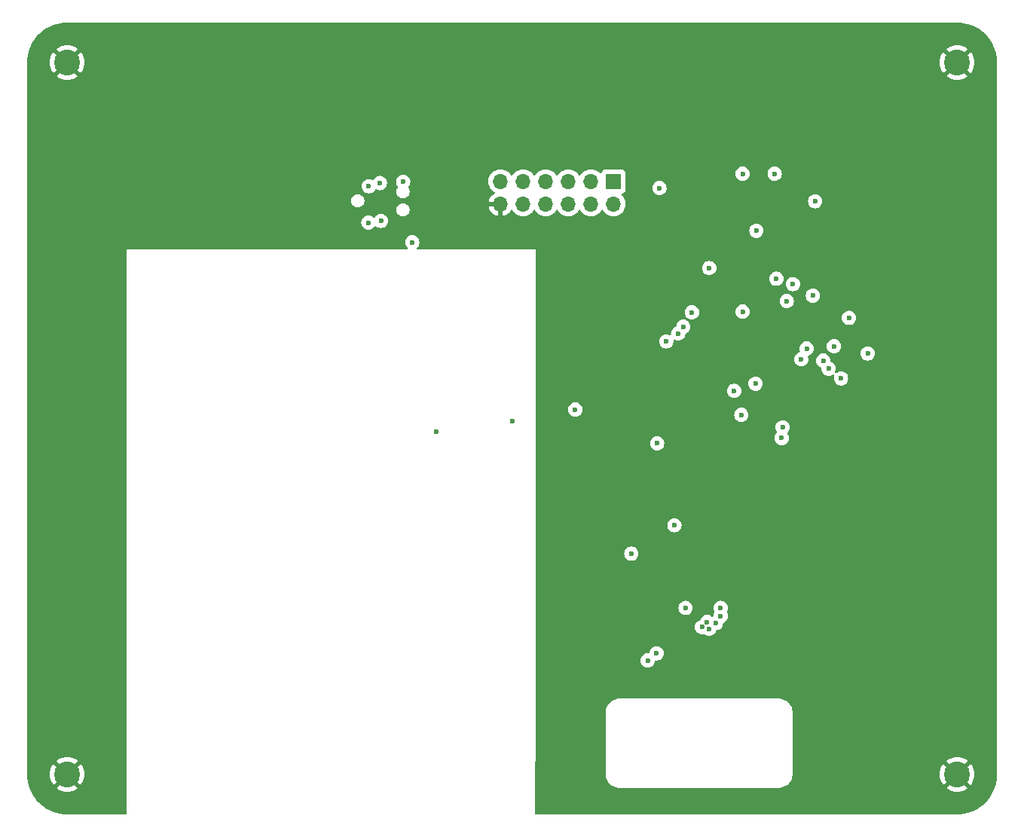
<source format=gbr>
%TF.GenerationSoftware,KiCad,Pcbnew,8.0.2*%
%TF.CreationDate,2024-11-12T22:12:37-05:00*%
%TF.ProjectId,Ecardz-Proto,45636172-647a-42d5-9072-6f746f2e6b69,rev?*%
%TF.SameCoordinates,Original*%
%TF.FileFunction,Copper,L3,Inr*%
%TF.FilePolarity,Positive*%
%FSLAX46Y46*%
G04 Gerber Fmt 4.6, Leading zero omitted, Abs format (unit mm)*
G04 Created by KiCad (PCBNEW 8.0.2) date 2024-11-12 22:12:37*
%MOMM*%
%LPD*%
G01*
G04 APERTURE LIST*
%TA.AperFunction,ComponentPad*%
%ADD10C,2.900000*%
%TD*%
%TA.AperFunction,ComponentPad*%
%ADD11R,1.700000X1.700000*%
%TD*%
%TA.AperFunction,ComponentPad*%
%ADD12O,1.700000X1.700000*%
%TD*%
%TA.AperFunction,ViaPad*%
%ADD13C,0.600000*%
%TD*%
G04 APERTURE END LIST*
D10*
%TO.N,GND*%
%TO.C,H2*%
X50000000Y-130000000D03*
%TD*%
%TO.N,GND*%
%TO.C,H3*%
X150000000Y-50000000D03*
%TD*%
D11*
%TO.N,/STM/SPI_EINK_SCL_RPI*%
%TO.C,J1*%
X111400000Y-63360000D03*
D12*
%TO.N,+3.3V*%
X111400000Y-65900000D03*
%TO.N,/STM/SPI_EINK_SDA_RPI*%
X108860000Y-63360000D03*
%TO.N,unconnected-(J1-Pin_4-Pad4)*%
X108860000Y-65900000D03*
%TO.N,/EINK/D{slash}C#*%
X106320000Y-63360000D03*
%TO.N,/STM/I2C_NFC_SDA_RPI*%
X106320000Y-65900000D03*
%TO.N,/EINK/CS#*%
X103780000Y-63360000D03*
%TO.N,/STM/I2C_NFC_SCL_RPI*%
X103780000Y-65900000D03*
%TO.N,/EINK/BUSY*%
X101240000Y-63360000D03*
%TO.N,/STM/NFC_BUSY*%
X101240000Y-65900000D03*
%TO.N,/EINK/RES#*%
X98700000Y-63360000D03*
%TO.N,GND*%
X98700000Y-65900000D03*
%TD*%
D10*
%TO.N,GND*%
%TO.C,H1*%
X50000000Y-50000000D03*
%TD*%
%TO.N,GND*%
%TO.C,H4*%
X150000000Y-130000000D03*
%TD*%
D13*
%TO.N,GND*%
X108520000Y-80380000D03*
X108300000Y-85060000D03*
X103590000Y-71840000D03*
X103100000Y-87905000D03*
X113070000Y-82690000D03*
X89860000Y-66300000D03*
X105000000Y-94000000D03*
X135700000Y-91200000D03*
X134360000Y-79300000D03*
X120000000Y-106500000D03*
X114500000Y-105000000D03*
X113140000Y-80780000D03*
X118240000Y-117240000D03*
X123260000Y-64700000D03*
X109780000Y-69040000D03*
X97780000Y-69170000D03*
X120800000Y-85600000D03*
X114380000Y-74140000D03*
X125000000Y-105500000D03*
X111760000Y-79510000D03*
X123249167Y-86500000D03*
X122500000Y-106500000D03*
X109670000Y-77110000D03*
X114500000Y-101500000D03*
X110880000Y-81260000D03*
X111750000Y-72150000D03*
X126500000Y-74660000D03*
X136900000Y-89800000D03*
X126000000Y-92100000D03*
X124000000Y-102500000D03*
X123760000Y-92070000D03*
X131870000Y-92180000D03*
X122560000Y-66020000D03*
X90260000Y-64200000D03*
X91130000Y-69120000D03*
X121000000Y-102500000D03*
X112500000Y-106500000D03*
X122560000Y-68690000D03*
X128450000Y-92180000D03*
X128460000Y-86000000D03*
%TO.N,VDD*%
X119240000Y-79700000D03*
X124960000Y-86900000D03*
X88780000Y-70200000D03*
X116560000Y-64100000D03*
X130860000Y-76800000D03*
X119500000Y-111300000D03*
X125900000Y-78000000D03*
X137860000Y-78700000D03*
X113400000Y-105200000D03*
X83860000Y-68000000D03*
X139960000Y-82700000D03*
X130300000Y-92200000D03*
%TO.N,/EINK/VGH*%
X116300000Y-92800000D03*
X116240000Y-116400000D03*
%TO.N,/EINK/VGL*%
X118240000Y-102000000D03*
X115240000Y-117200000D03*
%TO.N,/STM/I2C_NFC_SCL_RPI*%
X120210000Y-78080000D03*
%TO.N,/STM/NFC_BUSY*%
X117319757Y-81340001D03*
%TO.N,/STM/I2C_NFC_SDA_RPI*%
X118660000Y-80460000D03*
%TO.N,/EINK/CS#*%
X133100000Y-82150000D03*
X121917206Y-112877206D03*
%TO.N,/EINK/BUSY*%
X122900000Y-113000000D03*
X133800000Y-76200000D03*
%TO.N,/EINK/RES#*%
X122137560Y-113646263D03*
X131560000Y-74900000D03*
%TO.N,/EINK/D{slash}C#*%
X132500000Y-83350000D03*
X121340000Y-113454414D03*
%TO.N,/EINK/SCL*%
X136960000Y-85500000D03*
X123440000Y-112200000D03*
%TO.N,/EINK/SDA*%
X136160000Y-81887500D03*
X123440000Y-111300000D03*
%TO.N,/STM/NRST_TAG*%
X125760000Y-89600000D03*
X85260000Y-67800000D03*
%TO.N,/STM/SWCLK_TAG*%
X85150000Y-63550000D03*
X122160000Y-73100000D03*
%TO.N,/STM/SWDIO_TAG*%
X83900000Y-63900000D03*
X129700000Y-74300000D03*
%TO.N,/STM/SWO_TAG*%
X134060000Y-65600000D03*
X87760000Y-63400000D03*
%TO.N,/STM/T_VCP_TX*%
X129500000Y-62500000D03*
X135560000Y-84400000D03*
%TO.N,/STM/T_VCP_RX*%
X125900000Y-62500000D03*
X134960000Y-83500000D03*
%TO.N,/STM/NRST*%
X127446662Y-68902696D03*
X127360000Y-86100000D03*
%TO.N,/NFC/V_E_HARVEST*%
X130400000Y-91000000D03*
X107100000Y-89000000D03*
%TO.N,Net-(IC1-AC0)*%
X91510000Y-91510000D03*
X100000000Y-90310000D03*
%TD*%
%TA.AperFunction,Conductor*%
%TO.N,GND*%
G36*
X150002702Y-45500617D02*
G01*
X150386771Y-45517386D01*
X150397506Y-45518326D01*
X150775971Y-45568152D01*
X150786597Y-45570025D01*
X151159284Y-45652648D01*
X151169710Y-45655442D01*
X151533765Y-45770227D01*
X151543911Y-45773920D01*
X151896578Y-45920000D01*
X151906369Y-45924566D01*
X152244942Y-46100816D01*
X152254310Y-46106224D01*
X152576244Y-46311318D01*
X152585105Y-46317523D01*
X152887930Y-46549889D01*
X152896217Y-46556843D01*
X153177635Y-46814715D01*
X153185284Y-46822364D01*
X153443156Y-47103782D01*
X153450110Y-47112069D01*
X153682476Y-47414894D01*
X153688681Y-47423755D01*
X153893775Y-47745689D01*
X153899183Y-47755057D01*
X154075430Y-48093623D01*
X154080002Y-48103427D01*
X154226075Y-48456078D01*
X154229775Y-48466244D01*
X154344554Y-48830278D01*
X154347354Y-48840727D01*
X154429971Y-49213389D01*
X154431849Y-49224042D01*
X154481671Y-49602473D01*
X154482614Y-49613249D01*
X154499382Y-49997297D01*
X154499500Y-50002706D01*
X154499500Y-129997293D01*
X154499382Y-130002702D01*
X154482614Y-130386750D01*
X154481671Y-130397526D01*
X154431849Y-130775957D01*
X154429971Y-130786610D01*
X154347354Y-131159272D01*
X154344554Y-131169721D01*
X154229775Y-131533755D01*
X154226075Y-131543921D01*
X154080002Y-131896572D01*
X154075430Y-131906376D01*
X153899183Y-132244942D01*
X153893775Y-132254310D01*
X153688681Y-132576244D01*
X153682476Y-132585105D01*
X153450110Y-132887930D01*
X153443156Y-132896217D01*
X153185284Y-133177635D01*
X153177635Y-133185284D01*
X152896217Y-133443156D01*
X152887930Y-133450110D01*
X152585105Y-133682476D01*
X152576244Y-133688681D01*
X152254310Y-133893775D01*
X152244942Y-133899183D01*
X151906376Y-134075430D01*
X151896572Y-134080002D01*
X151543921Y-134226075D01*
X151533755Y-134229775D01*
X151169721Y-134344554D01*
X151159272Y-134347354D01*
X150786610Y-134429971D01*
X150775957Y-134431849D01*
X150397526Y-134481671D01*
X150386750Y-134482614D01*
X150002703Y-134499382D01*
X149997294Y-134499500D01*
X102724353Y-134499500D01*
X102657314Y-134479815D01*
X102611559Y-134427011D01*
X102600353Y-134375305D01*
X102600402Y-134344554D01*
X102618408Y-122892682D01*
X110499500Y-122892682D01*
X110499500Y-130107317D01*
X110530044Y-130319764D01*
X110530047Y-130319774D01*
X110590517Y-130525715D01*
X110679672Y-130720938D01*
X110679679Y-130720951D01*
X110795720Y-130901514D01*
X110936275Y-131063724D01*
X111012476Y-131129752D01*
X111098487Y-131204281D01*
X111169628Y-131250000D01*
X111279048Y-131320320D01*
X111279061Y-131320327D01*
X111474284Y-131409482D01*
X111474288Y-131409483D01*
X111474290Y-131409484D01*
X111680231Y-131469954D01*
X111680232Y-131469954D01*
X111680235Y-131469955D01*
X111743584Y-131479062D01*
X111892682Y-131500500D01*
X111892683Y-131500500D01*
X130107317Y-131500500D01*
X130107318Y-131500500D01*
X130277851Y-131475980D01*
X130319764Y-131469955D01*
X130319765Y-131469954D01*
X130319769Y-131469954D01*
X130525710Y-131409484D01*
X130525713Y-131409482D01*
X130525715Y-131409482D01*
X130720938Y-131320327D01*
X130720944Y-131320323D01*
X130720950Y-131320321D01*
X130901513Y-131204281D01*
X131063724Y-131063724D01*
X131204281Y-130901513D01*
X131320321Y-130720950D01*
X131320323Y-130720944D01*
X131320327Y-130720938D01*
X131409482Y-130525715D01*
X131409482Y-130525713D01*
X131409484Y-130525710D01*
X131469954Y-130319769D01*
X131500500Y-130107318D01*
X131500500Y-130000000D01*
X131500500Y-129999998D01*
X148045019Y-129999998D01*
X148045019Y-130000001D01*
X148064918Y-130278223D01*
X148064919Y-130278230D01*
X148124207Y-130550774D01*
X148221689Y-130812134D01*
X148355361Y-131056938D01*
X148455602Y-131190843D01*
X148956320Y-130690125D01*
X149046554Y-130814320D01*
X149185680Y-130953446D01*
X149309873Y-131043678D01*
X148809155Y-131544396D01*
X148943061Y-131644637D01*
X148943061Y-131644638D01*
X149187865Y-131778310D01*
X149449225Y-131875792D01*
X149721769Y-131935080D01*
X149721776Y-131935081D01*
X149999999Y-131954981D01*
X150000001Y-131954981D01*
X150278223Y-131935081D01*
X150278230Y-131935080D01*
X150550774Y-131875792D01*
X150812134Y-131778310D01*
X151056942Y-131644635D01*
X151190842Y-131544396D01*
X151190843Y-131544396D01*
X150690126Y-131043678D01*
X150814320Y-130953446D01*
X150953446Y-130814320D01*
X151043679Y-130690126D01*
X151544396Y-131190843D01*
X151544396Y-131190842D01*
X151644635Y-131056942D01*
X151778310Y-130812134D01*
X151875792Y-130550774D01*
X151935080Y-130278230D01*
X151935081Y-130278223D01*
X151954981Y-130000001D01*
X151954981Y-129999998D01*
X151935081Y-129721776D01*
X151935080Y-129721769D01*
X151875792Y-129449225D01*
X151778310Y-129187865D01*
X151644638Y-128943061D01*
X151544396Y-128809155D01*
X151043678Y-129309873D01*
X150953446Y-129185680D01*
X150814320Y-129046554D01*
X150690125Y-128956320D01*
X151190843Y-128455602D01*
X151056938Y-128355362D01*
X151056938Y-128355361D01*
X150812134Y-128221689D01*
X150550774Y-128124207D01*
X150278230Y-128064919D01*
X150278223Y-128064918D01*
X150000001Y-128045019D01*
X149999999Y-128045019D01*
X149721776Y-128064918D01*
X149721769Y-128064919D01*
X149449225Y-128124207D01*
X149187865Y-128221689D01*
X148943061Y-128355361D01*
X148943054Y-128355366D01*
X148809156Y-128455601D01*
X148809155Y-128455602D01*
X149309874Y-128956320D01*
X149185680Y-129046554D01*
X149046554Y-129185680D01*
X148956320Y-129309873D01*
X148455602Y-128809155D01*
X148455601Y-128809156D01*
X148355366Y-128943054D01*
X148355361Y-128943061D01*
X148221689Y-129187865D01*
X148124207Y-129449225D01*
X148064919Y-129721769D01*
X148064918Y-129721776D01*
X148045019Y-129999998D01*
X131500500Y-129999998D01*
X131500500Y-129934108D01*
X131500500Y-122934108D01*
X131500500Y-122892682D01*
X131469954Y-122680231D01*
X131409484Y-122474290D01*
X131409483Y-122474288D01*
X131409482Y-122474284D01*
X131320327Y-122279061D01*
X131320320Y-122279048D01*
X131287211Y-122227531D01*
X131204281Y-122098487D01*
X131171172Y-122060277D01*
X131063724Y-121936275D01*
X130901514Y-121795720D01*
X130901513Y-121795719D01*
X130836991Y-121754253D01*
X130720951Y-121679679D01*
X130720938Y-121679672D01*
X130525715Y-121590517D01*
X130319774Y-121530047D01*
X130319764Y-121530044D01*
X130128754Y-121502582D01*
X130107318Y-121499500D01*
X130065892Y-121499500D01*
X112065892Y-121499500D01*
X112000000Y-121499500D01*
X111892682Y-121499500D01*
X111680235Y-121530044D01*
X111680225Y-121530047D01*
X111474284Y-121590517D01*
X111279061Y-121679672D01*
X111279048Y-121679679D01*
X111098485Y-121795720D01*
X110936275Y-121936275D01*
X110795720Y-122098485D01*
X110679679Y-122279048D01*
X110679672Y-122279061D01*
X110590517Y-122474284D01*
X110530047Y-122680225D01*
X110530044Y-122680235D01*
X110499500Y-122892682D01*
X102618408Y-122892682D01*
X102627359Y-117199996D01*
X114434435Y-117199996D01*
X114434435Y-117200003D01*
X114454630Y-117379249D01*
X114454631Y-117379254D01*
X114514211Y-117549523D01*
X114610184Y-117702262D01*
X114737738Y-117829816D01*
X114890478Y-117925789D01*
X115060745Y-117985368D01*
X115060750Y-117985369D01*
X115239996Y-118005565D01*
X115240000Y-118005565D01*
X115240004Y-118005565D01*
X115419249Y-117985369D01*
X115419252Y-117985368D01*
X115419255Y-117985368D01*
X115589522Y-117925789D01*
X115742262Y-117829816D01*
X115869816Y-117702262D01*
X115965789Y-117549522D01*
X116025368Y-117379255D01*
X116033500Y-117307083D01*
X116060566Y-117242669D01*
X116118161Y-117203114D01*
X116170604Y-117197746D01*
X116239998Y-117205565D01*
X116240000Y-117205565D01*
X116240004Y-117205565D01*
X116419249Y-117185369D01*
X116419252Y-117185368D01*
X116419255Y-117185368D01*
X116589522Y-117125789D01*
X116742262Y-117029816D01*
X116869816Y-116902262D01*
X116965789Y-116749522D01*
X117025368Y-116579255D01*
X117043226Y-116420762D01*
X117045565Y-116400003D01*
X117045565Y-116399996D01*
X117025369Y-116220750D01*
X117025368Y-116220745D01*
X116965788Y-116050476D01*
X116869815Y-115897737D01*
X116742262Y-115770184D01*
X116589523Y-115674211D01*
X116419254Y-115614631D01*
X116419249Y-115614630D01*
X116240004Y-115594435D01*
X116239996Y-115594435D01*
X116060750Y-115614630D01*
X116060745Y-115614631D01*
X115890476Y-115674211D01*
X115737737Y-115770184D01*
X115610184Y-115897737D01*
X115514211Y-116050476D01*
X115454631Y-116220745D01*
X115454630Y-116220749D01*
X115446499Y-116292917D01*
X115419432Y-116357331D01*
X115361837Y-116396886D01*
X115309396Y-116402253D01*
X115240004Y-116394435D01*
X115239996Y-116394435D01*
X115060750Y-116414630D01*
X115060745Y-116414631D01*
X114890476Y-116474211D01*
X114737737Y-116570184D01*
X114610184Y-116697737D01*
X114514211Y-116850476D01*
X114454631Y-117020745D01*
X114454630Y-117020750D01*
X114434435Y-117199996D01*
X102627359Y-117199996D01*
X102633248Y-113454410D01*
X120534435Y-113454410D01*
X120534435Y-113454417D01*
X120554630Y-113633663D01*
X120554631Y-113633668D01*
X120614211Y-113803937D01*
X120659240Y-113875599D01*
X120710184Y-113956676D01*
X120837738Y-114084230D01*
X120990478Y-114180203D01*
X121101668Y-114219110D01*
X121160745Y-114239782D01*
X121160750Y-114239783D01*
X121339996Y-114259979D01*
X121340000Y-114259979D01*
X121340004Y-114259979D01*
X121526176Y-114239003D01*
X121526375Y-114240770D01*
X121587075Y-114244474D01*
X121632641Y-114273422D01*
X121635298Y-114276079D01*
X121788038Y-114372052D01*
X121958305Y-114431631D01*
X121958310Y-114431632D01*
X122137556Y-114451828D01*
X122137560Y-114451828D01*
X122137564Y-114451828D01*
X122316809Y-114431632D01*
X122316812Y-114431631D01*
X122316815Y-114431631D01*
X122487082Y-114372052D01*
X122639822Y-114276079D01*
X122767376Y-114148525D01*
X122863349Y-113995785D01*
X122905404Y-113875596D01*
X122946124Y-113818822D01*
X123008559Y-113793332D01*
X123079255Y-113785368D01*
X123249522Y-113725789D01*
X123402262Y-113629816D01*
X123529816Y-113502262D01*
X123625789Y-113349522D01*
X123685368Y-113179255D01*
X123702100Y-113030750D01*
X123729166Y-112966337D01*
X123784374Y-112927590D01*
X123789522Y-112925789D01*
X123942262Y-112829816D01*
X124069816Y-112702262D01*
X124165789Y-112549522D01*
X124225368Y-112379255D01*
X124237407Y-112272406D01*
X124245565Y-112200003D01*
X124245565Y-112199996D01*
X124225369Y-112020750D01*
X124225368Y-112020745D01*
X124165788Y-111850475D01*
X124144108Y-111815973D01*
X124125107Y-111748737D01*
X124144108Y-111684027D01*
X124165788Y-111649524D01*
X124165790Y-111649519D01*
X124225368Y-111479255D01*
X124245565Y-111300000D01*
X124225368Y-111120745D01*
X124165789Y-110950478D01*
X124069816Y-110797738D01*
X123942262Y-110670184D01*
X123789523Y-110574211D01*
X123619254Y-110514631D01*
X123619249Y-110514630D01*
X123440004Y-110494435D01*
X123439996Y-110494435D01*
X123260750Y-110514630D01*
X123260745Y-110514631D01*
X123090476Y-110574211D01*
X122937737Y-110670184D01*
X122810184Y-110797737D01*
X122714211Y-110950476D01*
X122654631Y-111120745D01*
X122654630Y-111120750D01*
X122634435Y-111299996D01*
X122634435Y-111300003D01*
X122654630Y-111479249D01*
X122654633Y-111479262D01*
X122714209Y-111649519D01*
X122735893Y-111684030D01*
X122754892Y-111751267D01*
X122735893Y-111815970D01*
X122714209Y-111850480D01*
X122654633Y-112020737D01*
X122654630Y-112020749D01*
X122637899Y-112169249D01*
X122610832Y-112233663D01*
X122555635Y-112272406D01*
X122546839Y-112275484D01*
X122477061Y-112279047D01*
X122425933Y-112250448D01*
X122424911Y-112251731D01*
X122419468Y-112247390D01*
X122266729Y-112151417D01*
X122096460Y-112091837D01*
X122096455Y-112091836D01*
X121917210Y-112071641D01*
X121917202Y-112071641D01*
X121737956Y-112091836D01*
X121737951Y-112091837D01*
X121567682Y-112151417D01*
X121414943Y-112247390D01*
X121287390Y-112374943D01*
X121191418Y-112527681D01*
X121191417Y-112527682D01*
X121159052Y-112620176D01*
X121118330Y-112676951D01*
X121082967Y-112696261D01*
X120990476Y-112728625D01*
X120990475Y-112728626D01*
X120837737Y-112824598D01*
X120710184Y-112952151D01*
X120614211Y-113104890D01*
X120554631Y-113275159D01*
X120554630Y-113275164D01*
X120534435Y-113454410D01*
X102633248Y-113454410D01*
X102636635Y-111299996D01*
X118694435Y-111299996D01*
X118694435Y-111300003D01*
X118714630Y-111479249D01*
X118714631Y-111479254D01*
X118774211Y-111649523D01*
X118870184Y-111802262D01*
X118997738Y-111929816D01*
X119088080Y-111986582D01*
X119142450Y-112020745D01*
X119150478Y-112025789D01*
X119320745Y-112085368D01*
X119320750Y-112085369D01*
X119499996Y-112105565D01*
X119500000Y-112105565D01*
X119500004Y-112105565D01*
X119679249Y-112085369D01*
X119679252Y-112085368D01*
X119679255Y-112085368D01*
X119849522Y-112025789D01*
X120002262Y-111929816D01*
X120129816Y-111802262D01*
X120225789Y-111649522D01*
X120285368Y-111479255D01*
X120305565Y-111300000D01*
X120285368Y-111120745D01*
X120225789Y-110950478D01*
X120129816Y-110797738D01*
X120002262Y-110670184D01*
X119849523Y-110574211D01*
X119679254Y-110514631D01*
X119679249Y-110514630D01*
X119500004Y-110494435D01*
X119499996Y-110494435D01*
X119320750Y-110514630D01*
X119320745Y-110514631D01*
X119150476Y-110574211D01*
X118997737Y-110670184D01*
X118870184Y-110797737D01*
X118774211Y-110950476D01*
X118714631Y-111120745D01*
X118714630Y-111120750D01*
X118694435Y-111299996D01*
X102636635Y-111299996D01*
X102646226Y-105199996D01*
X112594435Y-105199996D01*
X112594435Y-105200003D01*
X112614630Y-105379249D01*
X112614631Y-105379254D01*
X112674211Y-105549523D01*
X112770184Y-105702262D01*
X112897738Y-105829816D01*
X113050478Y-105925789D01*
X113220745Y-105985368D01*
X113220750Y-105985369D01*
X113399996Y-106005565D01*
X113400000Y-106005565D01*
X113400004Y-106005565D01*
X113579249Y-105985369D01*
X113579252Y-105985368D01*
X113579255Y-105985368D01*
X113749522Y-105925789D01*
X113902262Y-105829816D01*
X114029816Y-105702262D01*
X114125789Y-105549522D01*
X114185368Y-105379255D01*
X114205565Y-105200000D01*
X114185368Y-105020745D01*
X114125789Y-104850478D01*
X114029816Y-104697738D01*
X113902262Y-104570184D01*
X113749523Y-104474211D01*
X113579254Y-104414631D01*
X113579249Y-104414630D01*
X113400004Y-104394435D01*
X113399996Y-104394435D01*
X113220750Y-104414630D01*
X113220745Y-104414631D01*
X113050476Y-104474211D01*
X112897737Y-104570184D01*
X112770184Y-104697737D01*
X112674211Y-104850476D01*
X112614631Y-105020745D01*
X112614630Y-105020750D01*
X112594435Y-105199996D01*
X102646226Y-105199996D01*
X102651257Y-101999996D01*
X117434435Y-101999996D01*
X117434435Y-102000003D01*
X117454630Y-102179249D01*
X117454631Y-102179254D01*
X117514211Y-102349523D01*
X117610184Y-102502262D01*
X117737738Y-102629816D01*
X117890478Y-102725789D01*
X118060745Y-102785368D01*
X118060750Y-102785369D01*
X118239996Y-102805565D01*
X118240000Y-102805565D01*
X118240004Y-102805565D01*
X118419249Y-102785369D01*
X118419252Y-102785368D01*
X118419255Y-102785368D01*
X118589522Y-102725789D01*
X118742262Y-102629816D01*
X118869816Y-102502262D01*
X118965789Y-102349522D01*
X119025368Y-102179255D01*
X119045565Y-102000000D01*
X119025368Y-101820745D01*
X118965789Y-101650478D01*
X118869816Y-101497738D01*
X118742262Y-101370184D01*
X118589523Y-101274211D01*
X118419254Y-101214631D01*
X118419249Y-101214630D01*
X118240004Y-101194435D01*
X118239996Y-101194435D01*
X118060750Y-101214630D01*
X118060745Y-101214631D01*
X117890476Y-101274211D01*
X117737737Y-101370184D01*
X117610184Y-101497737D01*
X117514211Y-101650476D01*
X117454631Y-101820745D01*
X117454630Y-101820750D01*
X117434435Y-101999996D01*
X102651257Y-101999996D01*
X102665723Y-92799996D01*
X115494435Y-92799996D01*
X115494435Y-92800003D01*
X115514630Y-92979249D01*
X115514631Y-92979254D01*
X115574211Y-93149523D01*
X115670184Y-93302262D01*
X115797738Y-93429816D01*
X115950478Y-93525789D01*
X116120745Y-93585368D01*
X116120750Y-93585369D01*
X116299996Y-93605565D01*
X116300000Y-93605565D01*
X116300004Y-93605565D01*
X116479249Y-93585369D01*
X116479252Y-93585368D01*
X116479255Y-93585368D01*
X116649522Y-93525789D01*
X116802262Y-93429816D01*
X116929816Y-93302262D01*
X117025789Y-93149522D01*
X117085368Y-92979255D01*
X117091392Y-92925789D01*
X117105565Y-92800003D01*
X117105565Y-92799996D01*
X117085369Y-92620750D01*
X117085368Y-92620745D01*
X117025788Y-92450476D01*
X116929815Y-92297737D01*
X116832074Y-92199996D01*
X129494435Y-92199996D01*
X129494435Y-92200003D01*
X129514630Y-92379249D01*
X129514631Y-92379254D01*
X129574211Y-92549523D01*
X129670184Y-92702262D01*
X129797738Y-92829816D01*
X129950478Y-92925789D01*
X130103258Y-92979249D01*
X130120745Y-92985368D01*
X130120750Y-92985369D01*
X130299996Y-93005565D01*
X130300000Y-93005565D01*
X130300004Y-93005565D01*
X130479249Y-92985369D01*
X130479252Y-92985368D01*
X130479255Y-92985368D01*
X130649522Y-92925789D01*
X130802262Y-92829816D01*
X130929816Y-92702262D01*
X131025789Y-92549522D01*
X131085368Y-92379255D01*
X131105565Y-92200000D01*
X131091392Y-92074211D01*
X131085369Y-92020750D01*
X131085368Y-92020745D01*
X131076162Y-91994435D01*
X131025789Y-91850478D01*
X130945583Y-91722832D01*
X130926584Y-91655597D01*
X130946952Y-91588761D01*
X130962888Y-91569189D01*
X131029816Y-91502262D01*
X131125789Y-91349522D01*
X131185368Y-91179255D01*
X131205565Y-91000000D01*
X131185368Y-90820745D01*
X131125789Y-90650478D01*
X131029816Y-90497738D01*
X130902262Y-90370184D01*
X130831608Y-90325789D01*
X130749523Y-90274211D01*
X130579254Y-90214631D01*
X130579249Y-90214630D01*
X130400004Y-90194435D01*
X130399996Y-90194435D01*
X130220750Y-90214630D01*
X130220745Y-90214631D01*
X130050476Y-90274211D01*
X129897737Y-90370184D01*
X129770184Y-90497737D01*
X129674211Y-90650476D01*
X129614631Y-90820745D01*
X129614630Y-90820750D01*
X129594435Y-90999996D01*
X129594435Y-91000003D01*
X129614630Y-91179249D01*
X129614631Y-91179254D01*
X129674211Y-91349523D01*
X129754415Y-91477166D01*
X129773415Y-91544403D01*
X129753047Y-91611238D01*
X129737103Y-91630819D01*
X129670183Y-91697739D01*
X129574211Y-91850476D01*
X129514631Y-92020745D01*
X129514630Y-92020750D01*
X129494435Y-92199996D01*
X116832074Y-92199996D01*
X116802262Y-92170184D01*
X116649523Y-92074211D01*
X116479254Y-92014631D01*
X116479249Y-92014630D01*
X116300004Y-91994435D01*
X116299996Y-91994435D01*
X116120750Y-92014630D01*
X116120745Y-92014631D01*
X115950476Y-92074211D01*
X115797737Y-92170184D01*
X115670184Y-92297737D01*
X115574211Y-92450476D01*
X115514631Y-92620745D01*
X115514630Y-92620750D01*
X115494435Y-92799996D01*
X102665723Y-92799996D01*
X102671698Y-88999996D01*
X106294435Y-88999996D01*
X106294435Y-89000003D01*
X106314630Y-89179249D01*
X106314631Y-89179254D01*
X106374211Y-89349523D01*
X106470184Y-89502262D01*
X106597738Y-89629816D01*
X106750478Y-89725789D01*
X106903258Y-89779249D01*
X106920745Y-89785368D01*
X106920750Y-89785369D01*
X107099996Y-89805565D01*
X107100000Y-89805565D01*
X107100004Y-89805565D01*
X107279249Y-89785369D01*
X107279252Y-89785368D01*
X107279255Y-89785368D01*
X107449522Y-89725789D01*
X107602262Y-89629816D01*
X107632082Y-89599996D01*
X124954435Y-89599996D01*
X124954435Y-89600003D01*
X124974630Y-89779249D01*
X124974631Y-89779254D01*
X125034211Y-89949523D01*
X125130184Y-90102262D01*
X125257738Y-90229816D01*
X125410478Y-90325789D01*
X125537352Y-90370184D01*
X125580745Y-90385368D01*
X125580750Y-90385369D01*
X125759996Y-90405565D01*
X125760000Y-90405565D01*
X125760004Y-90405565D01*
X125939249Y-90385369D01*
X125939252Y-90385368D01*
X125939255Y-90385368D01*
X126109522Y-90325789D01*
X126262262Y-90229816D01*
X126389816Y-90102262D01*
X126485789Y-89949522D01*
X126545368Y-89779255D01*
X126551392Y-89725789D01*
X126565565Y-89600003D01*
X126565565Y-89599996D01*
X126545369Y-89420750D01*
X126545368Y-89420745D01*
X126485788Y-89250476D01*
X126389815Y-89097737D01*
X126262262Y-88970184D01*
X126109523Y-88874211D01*
X125939254Y-88814631D01*
X125939249Y-88814630D01*
X125760004Y-88794435D01*
X125759996Y-88794435D01*
X125580750Y-88814630D01*
X125580745Y-88814631D01*
X125410476Y-88874211D01*
X125257737Y-88970184D01*
X125130184Y-89097737D01*
X125034211Y-89250476D01*
X124974631Y-89420745D01*
X124974630Y-89420750D01*
X124954435Y-89599996D01*
X107632082Y-89599996D01*
X107729816Y-89502262D01*
X107825789Y-89349522D01*
X107885368Y-89179255D01*
X107905565Y-89000000D01*
X107891392Y-88874211D01*
X107885369Y-88820750D01*
X107885368Y-88820745D01*
X107825788Y-88650476D01*
X107729815Y-88497737D01*
X107602262Y-88370184D01*
X107449523Y-88274211D01*
X107279254Y-88214631D01*
X107279249Y-88214630D01*
X107100004Y-88194435D01*
X107099996Y-88194435D01*
X106920750Y-88214630D01*
X106920745Y-88214631D01*
X106750476Y-88274211D01*
X106597737Y-88370184D01*
X106470184Y-88497737D01*
X106374211Y-88650476D01*
X106314631Y-88820745D01*
X106314630Y-88820750D01*
X106294435Y-88999996D01*
X102671698Y-88999996D01*
X102675000Y-86899996D01*
X124154435Y-86899996D01*
X124154435Y-86900003D01*
X124174630Y-87079249D01*
X124174631Y-87079254D01*
X124234211Y-87249523D01*
X124330184Y-87402262D01*
X124457738Y-87529816D01*
X124610478Y-87625789D01*
X124780745Y-87685368D01*
X124780750Y-87685369D01*
X124959996Y-87705565D01*
X124960000Y-87705565D01*
X124960004Y-87705565D01*
X125139249Y-87685369D01*
X125139252Y-87685368D01*
X125139255Y-87685368D01*
X125309522Y-87625789D01*
X125462262Y-87529816D01*
X125589816Y-87402262D01*
X125685789Y-87249522D01*
X125745368Y-87079255D01*
X125765565Y-86900000D01*
X125763916Y-86885369D01*
X125745369Y-86720750D01*
X125745368Y-86720745D01*
X125685788Y-86550476D01*
X125589815Y-86397737D01*
X125462262Y-86270184D01*
X125309523Y-86174211D01*
X125139254Y-86114631D01*
X125139249Y-86114630D01*
X125009362Y-86099996D01*
X126554435Y-86099996D01*
X126554435Y-86100003D01*
X126574630Y-86279249D01*
X126574631Y-86279254D01*
X126634211Y-86449523D01*
X126697646Y-86550478D01*
X126730184Y-86602262D01*
X126857738Y-86729816D01*
X127010478Y-86825789D01*
X127180745Y-86885368D01*
X127180750Y-86885369D01*
X127359996Y-86905565D01*
X127360000Y-86905565D01*
X127360004Y-86905565D01*
X127539249Y-86885369D01*
X127539252Y-86885368D01*
X127539255Y-86885368D01*
X127709522Y-86825789D01*
X127862262Y-86729816D01*
X127989816Y-86602262D01*
X128085789Y-86449522D01*
X128145368Y-86279255D01*
X128151392Y-86225789D01*
X128165565Y-86100003D01*
X128165565Y-86099996D01*
X128145369Y-85920750D01*
X128145368Y-85920745D01*
X128085788Y-85750476D01*
X127989815Y-85597737D01*
X127862262Y-85470184D01*
X127709523Y-85374211D01*
X127539254Y-85314631D01*
X127539249Y-85314630D01*
X127360004Y-85294435D01*
X127359996Y-85294435D01*
X127180750Y-85314630D01*
X127180745Y-85314631D01*
X127010476Y-85374211D01*
X126857737Y-85470184D01*
X126730184Y-85597737D01*
X126634211Y-85750476D01*
X126574631Y-85920745D01*
X126574630Y-85920750D01*
X126554435Y-86099996D01*
X125009362Y-86099996D01*
X124960004Y-86094435D01*
X124959996Y-86094435D01*
X124780750Y-86114630D01*
X124780745Y-86114631D01*
X124610476Y-86174211D01*
X124457737Y-86270184D01*
X124330184Y-86397737D01*
X124234211Y-86550476D01*
X124174631Y-86720745D01*
X124174630Y-86720750D01*
X124154435Y-86899996D01*
X102675000Y-86899996D01*
X102680582Y-83349996D01*
X131694435Y-83349996D01*
X131694435Y-83350003D01*
X131714630Y-83529249D01*
X131714631Y-83529254D01*
X131774211Y-83699523D01*
X131818611Y-83770184D01*
X131870184Y-83852262D01*
X131997738Y-83979816D01*
X132033461Y-84002262D01*
X132110192Y-84050476D01*
X132150478Y-84075789D01*
X132304878Y-84129816D01*
X132320745Y-84135368D01*
X132320750Y-84135369D01*
X132499996Y-84155565D01*
X132500000Y-84155565D01*
X132500004Y-84155565D01*
X132679249Y-84135369D01*
X132679252Y-84135368D01*
X132679255Y-84135368D01*
X132849522Y-84075789D01*
X133002262Y-83979816D01*
X133129816Y-83852262D01*
X133225789Y-83699522D01*
X133285368Y-83529255D01*
X133285369Y-83529249D01*
X133288665Y-83499996D01*
X134154435Y-83499996D01*
X134154435Y-83500003D01*
X134174630Y-83679249D01*
X134174631Y-83679254D01*
X134234211Y-83849523D01*
X134264507Y-83897738D01*
X134330184Y-84002262D01*
X134457738Y-84129816D01*
X134548080Y-84186582D01*
X134602450Y-84220745D01*
X134610478Y-84225789D01*
X134674520Y-84248198D01*
X134731296Y-84288920D01*
X134757044Y-84353872D01*
X134756787Y-84379119D01*
X134754435Y-84400000D01*
X134754435Y-84400003D01*
X134774630Y-84579249D01*
X134774631Y-84579254D01*
X134834211Y-84749523D01*
X134930184Y-84902262D01*
X135057738Y-85029816D01*
X135210478Y-85125789D01*
X135336097Y-85169745D01*
X135380745Y-85185368D01*
X135380750Y-85185369D01*
X135559996Y-85205565D01*
X135560000Y-85205565D01*
X135560004Y-85205565D01*
X135739249Y-85185369D01*
X135739252Y-85185368D01*
X135739255Y-85185368D01*
X135909522Y-85125789D01*
X136036737Y-85045854D01*
X136103972Y-85026854D01*
X136170807Y-85047221D01*
X136216022Y-85100489D01*
X136225260Y-85169745D01*
X136219750Y-85191802D01*
X136174632Y-85320742D01*
X136174630Y-85320750D01*
X136154435Y-85499996D01*
X136154435Y-85500003D01*
X136174630Y-85679249D01*
X136174631Y-85679254D01*
X136234211Y-85849523D01*
X136330184Y-86002262D01*
X136457738Y-86129816D01*
X136610478Y-86225789D01*
X136737352Y-86270184D01*
X136780745Y-86285368D01*
X136780750Y-86285369D01*
X136959996Y-86305565D01*
X136960000Y-86305565D01*
X136960004Y-86305565D01*
X137139249Y-86285369D01*
X137139252Y-86285368D01*
X137139255Y-86285368D01*
X137309522Y-86225789D01*
X137462262Y-86129816D01*
X137589816Y-86002262D01*
X137685789Y-85849522D01*
X137745368Y-85679255D01*
X137765565Y-85500000D01*
X137751392Y-85374211D01*
X137745369Y-85320750D01*
X137745368Y-85320745D01*
X137697998Y-85185369D01*
X137685789Y-85150478D01*
X137589816Y-84997738D01*
X137462262Y-84870184D01*
X137434559Y-84852777D01*
X137309523Y-84774211D01*
X137139254Y-84714631D01*
X137139249Y-84714630D01*
X136960004Y-84694435D01*
X136959996Y-84694435D01*
X136780750Y-84714630D01*
X136780745Y-84714631D01*
X136610476Y-84774211D01*
X136483263Y-84854145D01*
X136416026Y-84873145D01*
X136349191Y-84852777D01*
X136303977Y-84799509D01*
X136294740Y-84730253D01*
X136300250Y-84708196D01*
X136345366Y-84579262D01*
X136345369Y-84579249D01*
X136365565Y-84400003D01*
X136365565Y-84399996D01*
X136345369Y-84220750D01*
X136345368Y-84220745D01*
X136285789Y-84050478D01*
X136189816Y-83897738D01*
X136062262Y-83770184D01*
X135909522Y-83674211D01*
X135845478Y-83651801D01*
X135788702Y-83611079D01*
X135762955Y-83546126D01*
X135763213Y-83520874D01*
X135765565Y-83500001D01*
X135765565Y-83499996D01*
X135745369Y-83320750D01*
X135745368Y-83320745D01*
X135692882Y-83170750D01*
X135685789Y-83150478D01*
X135589816Y-82997738D01*
X135462262Y-82870184D01*
X135309523Y-82774211D01*
X135139254Y-82714631D01*
X135139249Y-82714630D01*
X135009362Y-82699996D01*
X139154435Y-82699996D01*
X139154435Y-82700003D01*
X139174630Y-82879249D01*
X139174631Y-82879254D01*
X139234211Y-83049523D01*
X139310384Y-83170750D01*
X139330184Y-83202262D01*
X139457738Y-83329816D01*
X139610478Y-83425789D01*
X139780745Y-83485368D01*
X139780750Y-83485369D01*
X139959996Y-83505565D01*
X139960000Y-83505565D01*
X139960004Y-83505565D01*
X140139249Y-83485369D01*
X140139252Y-83485368D01*
X140139255Y-83485368D01*
X140309522Y-83425789D01*
X140462262Y-83329816D01*
X140589816Y-83202262D01*
X140685789Y-83049522D01*
X140745368Y-82879255D01*
X140748919Y-82847738D01*
X140765565Y-82700003D01*
X140765565Y-82699996D01*
X140745369Y-82520750D01*
X140745368Y-82520745D01*
X140685788Y-82350476D01*
X140589815Y-82197737D01*
X140462262Y-82070184D01*
X140309523Y-81974211D01*
X140139254Y-81914631D01*
X140139249Y-81914630D01*
X139960004Y-81894435D01*
X139959996Y-81894435D01*
X139780750Y-81914630D01*
X139780745Y-81914631D01*
X139610476Y-81974211D01*
X139457737Y-82070184D01*
X139330184Y-82197737D01*
X139234211Y-82350476D01*
X139174631Y-82520745D01*
X139174630Y-82520750D01*
X139154435Y-82699996D01*
X135009362Y-82699996D01*
X134960004Y-82694435D01*
X134959996Y-82694435D01*
X134780750Y-82714630D01*
X134780745Y-82714631D01*
X134610476Y-82774211D01*
X134457737Y-82870184D01*
X134330184Y-82997737D01*
X134234211Y-83150476D01*
X134174631Y-83320745D01*
X134174630Y-83320750D01*
X134154435Y-83499996D01*
X133288665Y-83499996D01*
X133305565Y-83350003D01*
X133305565Y-83349996D01*
X133285369Y-83170750D01*
X133285366Y-83170737D01*
X133252279Y-83076180D01*
X133248717Y-83006401D01*
X133283445Y-82945774D01*
X133328364Y-82918183D01*
X133449522Y-82875789D01*
X133602262Y-82779816D01*
X133729816Y-82652262D01*
X133825789Y-82499522D01*
X133885368Y-82329255D01*
X133895760Y-82237022D01*
X133905565Y-82150003D01*
X133905565Y-82149996D01*
X133885369Y-81970750D01*
X133885368Y-81970745D01*
X133865733Y-81914631D01*
X133856238Y-81887496D01*
X135354435Y-81887496D01*
X135354435Y-81887503D01*
X135374630Y-82066749D01*
X135374631Y-82066754D01*
X135434211Y-82237023D01*
X135492161Y-82329249D01*
X135530184Y-82389762D01*
X135657738Y-82517316D01*
X135810478Y-82613289D01*
X135980745Y-82672868D01*
X135980750Y-82672869D01*
X136159996Y-82693065D01*
X136160000Y-82693065D01*
X136160004Y-82693065D01*
X136339249Y-82672869D01*
X136339252Y-82672868D01*
X136339255Y-82672868D01*
X136509522Y-82613289D01*
X136662262Y-82517316D01*
X136789816Y-82389762D01*
X136885789Y-82237022D01*
X136945368Y-82066755D01*
X136956186Y-81970745D01*
X136965565Y-81887503D01*
X136965565Y-81887496D01*
X136945369Y-81708250D01*
X136945368Y-81708245D01*
X136885788Y-81537976D01*
X136789815Y-81385237D01*
X136662262Y-81257684D01*
X136509523Y-81161711D01*
X136339254Y-81102131D01*
X136339249Y-81102130D01*
X136160004Y-81081935D01*
X136159996Y-81081935D01*
X135980750Y-81102130D01*
X135980745Y-81102131D01*
X135810476Y-81161711D01*
X135657737Y-81257684D01*
X135530184Y-81385237D01*
X135434211Y-81537976D01*
X135374631Y-81708245D01*
X135374630Y-81708250D01*
X135354435Y-81887496D01*
X133856238Y-81887496D01*
X133825789Y-81800478D01*
X133729816Y-81647738D01*
X133602262Y-81520184D01*
X133600776Y-81519250D01*
X133449523Y-81424211D01*
X133279254Y-81364631D01*
X133279249Y-81364630D01*
X133100004Y-81344435D01*
X133099996Y-81344435D01*
X132920750Y-81364630D01*
X132920745Y-81364631D01*
X132750476Y-81424211D01*
X132597737Y-81520184D01*
X132470184Y-81647737D01*
X132374211Y-81800476D01*
X132314631Y-81970745D01*
X132314630Y-81970750D01*
X132294435Y-82149996D01*
X132294435Y-82150003D01*
X132314630Y-82329249D01*
X132314632Y-82329257D01*
X132347721Y-82423821D01*
X132351282Y-82493600D01*
X132316553Y-82554227D01*
X132271633Y-82581817D01*
X132150478Y-82624210D01*
X131997737Y-82720184D01*
X131870184Y-82847737D01*
X131774211Y-83000476D01*
X131714631Y-83170745D01*
X131714630Y-83170750D01*
X131694435Y-83349996D01*
X102680582Y-83349996D01*
X102683742Y-81339997D01*
X116514192Y-81339997D01*
X116514192Y-81340004D01*
X116534387Y-81519250D01*
X116534388Y-81519255D01*
X116593968Y-81689524D01*
X116663684Y-81800476D01*
X116689941Y-81842263D01*
X116817495Y-81969817D01*
X116970235Y-82065790D01*
X117140502Y-82125369D01*
X117140507Y-82125370D01*
X117319753Y-82145566D01*
X117319757Y-82145566D01*
X117319761Y-82145566D01*
X117499006Y-82125370D01*
X117499009Y-82125369D01*
X117499012Y-82125369D01*
X117669279Y-82065790D01*
X117822019Y-81969817D01*
X117949573Y-81842263D01*
X118045546Y-81689523D01*
X118105125Y-81519256D01*
X118120225Y-81385238D01*
X118125322Y-81340004D01*
X118125322Y-81339998D01*
X118121345Y-81304704D01*
X118133399Y-81235882D01*
X118180748Y-81184503D01*
X118248358Y-81166878D01*
X118303730Y-81183753D01*
X118304205Y-81182769D01*
X118310470Y-81185786D01*
X118310477Y-81185788D01*
X118310478Y-81185789D01*
X118453636Y-81235882D01*
X118480745Y-81245368D01*
X118480750Y-81245369D01*
X118659996Y-81265565D01*
X118660000Y-81265565D01*
X118660004Y-81265565D01*
X118839249Y-81245369D01*
X118839252Y-81245368D01*
X118839255Y-81245368D01*
X119009522Y-81185789D01*
X119162262Y-81089816D01*
X119289816Y-80962262D01*
X119385789Y-80809522D01*
X119445368Y-80639255D01*
X119455766Y-80546960D01*
X119482831Y-80482551D01*
X119538031Y-80443806D01*
X119589522Y-80425789D01*
X119742262Y-80329816D01*
X119869816Y-80202262D01*
X119965789Y-80049522D01*
X120025368Y-79879255D01*
X120030897Y-79830184D01*
X120045565Y-79700003D01*
X120045565Y-79699996D01*
X120025369Y-79520750D01*
X120025368Y-79520745D01*
X119965788Y-79350476D01*
X119926582Y-79288080D01*
X119869816Y-79197738D01*
X119742262Y-79070184D01*
X119709379Y-79049522D01*
X119589523Y-78974211D01*
X119419254Y-78914631D01*
X119419249Y-78914630D01*
X119240004Y-78894435D01*
X119239996Y-78894435D01*
X119060750Y-78914630D01*
X119060745Y-78914631D01*
X118890476Y-78974211D01*
X118737737Y-79070184D01*
X118610184Y-79197737D01*
X118514210Y-79350478D01*
X118454630Y-79520750D01*
X118444232Y-79613036D01*
X118417165Y-79677450D01*
X118361969Y-79716193D01*
X118310474Y-79734212D01*
X118157737Y-79830184D01*
X118030184Y-79957737D01*
X117934211Y-80110476D01*
X117874631Y-80280745D01*
X117874630Y-80280750D01*
X117854435Y-80459996D01*
X117858412Y-80495298D01*
X117846356Y-80564120D01*
X117799006Y-80615499D01*
X117731395Y-80633122D01*
X117676025Y-80616248D01*
X117675552Y-80617232D01*
X117669286Y-80614214D01*
X117499011Y-80554632D01*
X117499006Y-80554631D01*
X117319761Y-80534436D01*
X117319753Y-80534436D01*
X117140507Y-80554631D01*
X117140502Y-80554632D01*
X116970233Y-80614212D01*
X116817494Y-80710185D01*
X116689941Y-80837738D01*
X116593968Y-80990477D01*
X116534388Y-81160746D01*
X116534387Y-81160751D01*
X116514192Y-81339997D01*
X102683742Y-81339997D01*
X102688868Y-78079996D01*
X119404435Y-78079996D01*
X119404435Y-78080003D01*
X119424630Y-78259249D01*
X119424631Y-78259254D01*
X119484211Y-78429523D01*
X119541530Y-78520745D01*
X119580184Y-78582262D01*
X119707738Y-78709816D01*
X119733159Y-78725789D01*
X119860121Y-78805565D01*
X119860478Y-78805789D01*
X120030745Y-78865368D01*
X120030750Y-78865369D01*
X120209996Y-78885565D01*
X120210000Y-78885565D01*
X120210004Y-78885565D01*
X120389249Y-78865369D01*
X120389252Y-78865368D01*
X120389255Y-78865368D01*
X120559522Y-78805789D01*
X120712262Y-78709816D01*
X120839816Y-78582262D01*
X120935789Y-78429522D01*
X120995368Y-78259255D01*
X120995369Y-78259249D01*
X121015565Y-78080003D01*
X121015565Y-78079996D01*
X121006551Y-77999996D01*
X125094435Y-77999996D01*
X125094435Y-78000003D01*
X125114630Y-78179249D01*
X125114631Y-78179254D01*
X125174211Y-78349523D01*
X125224478Y-78429522D01*
X125270184Y-78502262D01*
X125397738Y-78629816D01*
X125488080Y-78686582D01*
X125525055Y-78709815D01*
X125550478Y-78725789D01*
X125720745Y-78785368D01*
X125720750Y-78785369D01*
X125899996Y-78805565D01*
X125900000Y-78805565D01*
X125900004Y-78805565D01*
X126079249Y-78785369D01*
X126079252Y-78785368D01*
X126079255Y-78785368D01*
X126249522Y-78725789D01*
X126290571Y-78699996D01*
X137054435Y-78699996D01*
X137054435Y-78700003D01*
X137074630Y-78879249D01*
X137074631Y-78879254D01*
X137134211Y-79049523D01*
X137227341Y-79197737D01*
X137230184Y-79202262D01*
X137357738Y-79329816D01*
X137510478Y-79425789D01*
X137680745Y-79485368D01*
X137680750Y-79485369D01*
X137859996Y-79505565D01*
X137860000Y-79505565D01*
X137860004Y-79505565D01*
X138039249Y-79485369D01*
X138039252Y-79485368D01*
X138039255Y-79485368D01*
X138209522Y-79425789D01*
X138362262Y-79329816D01*
X138489816Y-79202262D01*
X138585789Y-79049522D01*
X138645368Y-78879255D01*
X138653671Y-78805565D01*
X138665565Y-78700003D01*
X138665565Y-78699996D01*
X138645369Y-78520750D01*
X138645368Y-78520745D01*
X138585789Y-78350478D01*
X138585188Y-78349522D01*
X138489815Y-78197737D01*
X138362262Y-78070184D01*
X138209523Y-77974211D01*
X138039254Y-77914631D01*
X138039249Y-77914630D01*
X137860004Y-77894435D01*
X137859996Y-77894435D01*
X137680750Y-77914630D01*
X137680745Y-77914631D01*
X137510476Y-77974211D01*
X137357737Y-78070184D01*
X137230184Y-78197737D01*
X137134211Y-78350476D01*
X137074631Y-78520745D01*
X137074630Y-78520750D01*
X137054435Y-78699996D01*
X126290571Y-78699996D01*
X126402262Y-78629816D01*
X126529816Y-78502262D01*
X126625789Y-78349522D01*
X126685368Y-78179255D01*
X126696551Y-78080003D01*
X126705565Y-78000003D01*
X126705565Y-77999996D01*
X126685369Y-77820750D01*
X126685368Y-77820745D01*
X126653782Y-77730478D01*
X126625789Y-77650478D01*
X126529816Y-77497738D01*
X126402262Y-77370184D01*
X126376841Y-77354211D01*
X126249523Y-77274211D01*
X126079254Y-77214631D01*
X126079249Y-77214630D01*
X125900004Y-77194435D01*
X125899996Y-77194435D01*
X125720750Y-77214630D01*
X125720745Y-77214631D01*
X125550476Y-77274211D01*
X125397737Y-77370184D01*
X125270184Y-77497737D01*
X125174211Y-77650476D01*
X125114631Y-77820745D01*
X125114630Y-77820750D01*
X125094435Y-77999996D01*
X121006551Y-77999996D01*
X120995369Y-77900750D01*
X120995368Y-77900745D01*
X120993160Y-77894435D01*
X120935789Y-77730478D01*
X120839816Y-77577738D01*
X120712262Y-77450184D01*
X120679845Y-77429815D01*
X120559523Y-77354211D01*
X120389254Y-77294631D01*
X120389249Y-77294630D01*
X120210004Y-77274435D01*
X120209996Y-77274435D01*
X120030750Y-77294630D01*
X120030745Y-77294631D01*
X119860476Y-77354211D01*
X119707737Y-77450184D01*
X119580184Y-77577737D01*
X119484211Y-77730476D01*
X119424631Y-77900745D01*
X119424630Y-77900750D01*
X119404435Y-78079996D01*
X102688868Y-78079996D01*
X102690880Y-76799996D01*
X130054435Y-76799996D01*
X130054435Y-76800003D01*
X130074630Y-76979249D01*
X130074631Y-76979254D01*
X130134211Y-77149523D01*
X130175122Y-77214632D01*
X130230184Y-77302262D01*
X130357738Y-77429816D01*
X130448080Y-77486582D01*
X130465833Y-77497737D01*
X130510478Y-77525789D01*
X130658937Y-77577737D01*
X130680745Y-77585368D01*
X130680750Y-77585369D01*
X130859996Y-77605565D01*
X130860000Y-77605565D01*
X130860004Y-77605565D01*
X131039249Y-77585369D01*
X131039252Y-77585368D01*
X131039255Y-77585368D01*
X131209522Y-77525789D01*
X131362262Y-77429816D01*
X131489816Y-77302262D01*
X131585789Y-77149522D01*
X131645368Y-76979255D01*
X131651392Y-76925789D01*
X131665565Y-76800003D01*
X131665565Y-76799996D01*
X131645369Y-76620750D01*
X131645368Y-76620745D01*
X131585788Y-76450476D01*
X131489815Y-76297737D01*
X131392074Y-76199996D01*
X132994435Y-76199996D01*
X132994435Y-76200003D01*
X133014630Y-76379249D01*
X133014631Y-76379254D01*
X133074211Y-76549523D01*
X133170184Y-76702262D01*
X133297738Y-76829816D01*
X133450478Y-76925789D01*
X133603258Y-76979249D01*
X133620745Y-76985368D01*
X133620750Y-76985369D01*
X133799996Y-77005565D01*
X133800000Y-77005565D01*
X133800004Y-77005565D01*
X133979249Y-76985369D01*
X133979252Y-76985368D01*
X133979255Y-76985368D01*
X134149522Y-76925789D01*
X134302262Y-76829816D01*
X134429816Y-76702262D01*
X134525789Y-76549522D01*
X134585368Y-76379255D01*
X134605565Y-76200000D01*
X134591392Y-76074211D01*
X134585369Y-76020750D01*
X134585368Y-76020745D01*
X134525788Y-75850476D01*
X134429815Y-75697737D01*
X134302262Y-75570184D01*
X134149523Y-75474211D01*
X133979254Y-75414631D01*
X133979249Y-75414630D01*
X133800004Y-75394435D01*
X133799996Y-75394435D01*
X133620750Y-75414630D01*
X133620745Y-75414631D01*
X133450476Y-75474211D01*
X133297737Y-75570184D01*
X133170184Y-75697737D01*
X133074211Y-75850476D01*
X133014631Y-76020745D01*
X133014630Y-76020750D01*
X132994435Y-76199996D01*
X131392074Y-76199996D01*
X131362262Y-76170184D01*
X131209523Y-76074211D01*
X131039254Y-76014631D01*
X131039249Y-76014630D01*
X130860004Y-75994435D01*
X130859996Y-75994435D01*
X130680750Y-76014630D01*
X130680745Y-76014631D01*
X130510476Y-76074211D01*
X130357737Y-76170184D01*
X130230184Y-76297737D01*
X130134211Y-76450476D01*
X130074631Y-76620745D01*
X130074630Y-76620750D01*
X130054435Y-76799996D01*
X102690880Y-76799996D01*
X102694811Y-74299996D01*
X128894435Y-74299996D01*
X128894435Y-74300003D01*
X128914630Y-74479249D01*
X128914631Y-74479254D01*
X128974211Y-74649523D01*
X129070184Y-74802262D01*
X129197738Y-74929816D01*
X129350478Y-75025789D01*
X129503258Y-75079249D01*
X129520745Y-75085368D01*
X129520750Y-75085369D01*
X129699996Y-75105565D01*
X129700000Y-75105565D01*
X129700004Y-75105565D01*
X129879249Y-75085369D01*
X129879252Y-75085368D01*
X129879255Y-75085368D01*
X130049522Y-75025789D01*
X130202262Y-74929816D01*
X130232082Y-74899996D01*
X130754435Y-74899996D01*
X130754435Y-74900003D01*
X130774630Y-75079249D01*
X130774631Y-75079254D01*
X130834211Y-75249523D01*
X130925266Y-75394435D01*
X130930184Y-75402262D01*
X131057738Y-75529816D01*
X131210478Y-75625789D01*
X131380745Y-75685368D01*
X131380750Y-75685369D01*
X131559996Y-75705565D01*
X131560000Y-75705565D01*
X131560004Y-75705565D01*
X131739249Y-75685369D01*
X131739252Y-75685368D01*
X131739255Y-75685368D01*
X131909522Y-75625789D01*
X132062262Y-75529816D01*
X132189816Y-75402262D01*
X132285789Y-75249522D01*
X132345368Y-75079255D01*
X132351392Y-75025789D01*
X132365565Y-74900003D01*
X132365565Y-74899996D01*
X132345369Y-74720750D01*
X132345368Y-74720745D01*
X132285788Y-74550476D01*
X132189815Y-74397737D01*
X132062262Y-74270184D01*
X131909523Y-74174211D01*
X131739254Y-74114631D01*
X131739249Y-74114630D01*
X131560004Y-74094435D01*
X131559996Y-74094435D01*
X131380750Y-74114630D01*
X131380745Y-74114631D01*
X131210476Y-74174211D01*
X131057737Y-74270184D01*
X130930184Y-74397737D01*
X130834211Y-74550476D01*
X130774631Y-74720745D01*
X130774630Y-74720750D01*
X130754435Y-74899996D01*
X130232082Y-74899996D01*
X130329816Y-74802262D01*
X130425789Y-74649522D01*
X130485368Y-74479255D01*
X130505565Y-74300000D01*
X130491392Y-74174211D01*
X130485369Y-74120750D01*
X130485368Y-74120745D01*
X130425788Y-73950476D01*
X130384878Y-73885368D01*
X130329816Y-73797738D01*
X130202262Y-73670184D01*
X130049523Y-73574211D01*
X129879254Y-73514631D01*
X129879249Y-73514630D01*
X129700004Y-73494435D01*
X129699996Y-73494435D01*
X129520750Y-73514630D01*
X129520745Y-73514631D01*
X129350476Y-73574211D01*
X129197737Y-73670184D01*
X129070184Y-73797737D01*
X128974211Y-73950476D01*
X128914631Y-74120745D01*
X128914630Y-74120750D01*
X128894435Y-74299996D01*
X102694811Y-74299996D01*
X102696698Y-73099996D01*
X121354435Y-73099996D01*
X121354435Y-73100003D01*
X121374630Y-73279249D01*
X121374631Y-73279254D01*
X121434211Y-73449523D01*
X121475122Y-73514632D01*
X121530184Y-73602262D01*
X121657738Y-73729816D01*
X121748080Y-73786582D01*
X121765833Y-73797737D01*
X121810478Y-73825789D01*
X121980745Y-73885368D01*
X121980750Y-73885369D01*
X122159996Y-73905565D01*
X122160000Y-73905565D01*
X122160004Y-73905565D01*
X122339249Y-73885369D01*
X122339252Y-73885368D01*
X122339255Y-73885368D01*
X122509522Y-73825789D01*
X122662262Y-73729816D01*
X122789816Y-73602262D01*
X122885789Y-73449522D01*
X122945368Y-73279255D01*
X122965565Y-73100000D01*
X122945368Y-72920745D01*
X122885789Y-72750478D01*
X122789816Y-72597738D01*
X122662262Y-72470184D01*
X122509523Y-72374211D01*
X122339254Y-72314631D01*
X122339249Y-72314630D01*
X122160004Y-72294435D01*
X122159996Y-72294435D01*
X121980750Y-72314630D01*
X121980745Y-72314631D01*
X121810476Y-72374211D01*
X121657737Y-72470184D01*
X121530184Y-72597737D01*
X121434211Y-72750476D01*
X121374631Y-72920745D01*
X121374630Y-72920750D01*
X121354435Y-73099996D01*
X102696698Y-73099996D01*
X102700000Y-71000000D01*
X89411440Y-71000000D01*
X89344401Y-70980315D01*
X89298646Y-70927511D01*
X89288702Y-70858353D01*
X89317727Y-70794797D01*
X89323759Y-70788319D01*
X89409816Y-70702262D01*
X89505789Y-70549522D01*
X89565368Y-70379255D01*
X89585565Y-70200000D01*
X89565368Y-70020745D01*
X89505789Y-69850478D01*
X89409816Y-69697738D01*
X89282262Y-69570184D01*
X89129523Y-69474211D01*
X88959254Y-69414631D01*
X88959249Y-69414630D01*
X88780004Y-69394435D01*
X88779996Y-69394435D01*
X88600750Y-69414630D01*
X88600745Y-69414631D01*
X88430476Y-69474211D01*
X88277737Y-69570184D01*
X88150184Y-69697737D01*
X88054211Y-69850476D01*
X87994631Y-70020745D01*
X87994630Y-70020750D01*
X87974435Y-70199996D01*
X87974435Y-70200003D01*
X87994630Y-70379249D01*
X87994631Y-70379254D01*
X88054211Y-70549523D01*
X88150184Y-70702262D01*
X88236241Y-70788319D01*
X88269726Y-70849642D01*
X88264742Y-70919334D01*
X88222870Y-70975267D01*
X88157406Y-70999684D01*
X88148560Y-71000000D01*
X56700000Y-71000000D01*
X56700000Y-134375500D01*
X56680315Y-134442539D01*
X56627511Y-134488294D01*
X56576000Y-134499500D01*
X50002706Y-134499500D01*
X49997297Y-134499382D01*
X49613249Y-134482614D01*
X49602473Y-134481671D01*
X49224042Y-134431849D01*
X49213389Y-134429971D01*
X48840727Y-134347354D01*
X48830278Y-134344554D01*
X48466244Y-134229775D01*
X48456078Y-134226075D01*
X48103427Y-134080002D01*
X48093623Y-134075430D01*
X47755057Y-133899183D01*
X47745689Y-133893775D01*
X47423755Y-133688681D01*
X47414894Y-133682476D01*
X47112069Y-133450110D01*
X47103782Y-133443156D01*
X46822364Y-133185284D01*
X46814715Y-133177635D01*
X46556843Y-132896217D01*
X46549889Y-132887930D01*
X46317523Y-132585105D01*
X46311318Y-132576244D01*
X46106224Y-132254310D01*
X46100816Y-132244942D01*
X45973924Y-132001185D01*
X45924566Y-131906369D01*
X45919997Y-131896572D01*
X45911390Y-131875792D01*
X45773920Y-131543911D01*
X45770224Y-131533755D01*
X45759739Y-131500500D01*
X45655442Y-131169710D01*
X45652648Y-131159284D01*
X45570025Y-130786597D01*
X45568152Y-130775971D01*
X45518326Y-130397506D01*
X45517386Y-130386771D01*
X45500618Y-130002702D01*
X45500559Y-129999998D01*
X48045019Y-129999998D01*
X48045019Y-130000001D01*
X48064918Y-130278223D01*
X48064919Y-130278230D01*
X48124207Y-130550774D01*
X48221689Y-130812134D01*
X48355361Y-131056938D01*
X48455602Y-131190843D01*
X48956320Y-130690125D01*
X49046554Y-130814320D01*
X49185680Y-130953446D01*
X49309873Y-131043678D01*
X48809155Y-131544396D01*
X48943061Y-131644637D01*
X48943061Y-131644638D01*
X49187865Y-131778310D01*
X49449225Y-131875792D01*
X49721769Y-131935080D01*
X49721776Y-131935081D01*
X49999999Y-131954981D01*
X50000001Y-131954981D01*
X50278223Y-131935081D01*
X50278230Y-131935080D01*
X50550774Y-131875792D01*
X50812134Y-131778310D01*
X51056942Y-131644635D01*
X51190842Y-131544396D01*
X51190843Y-131544396D01*
X50690126Y-131043678D01*
X50814320Y-130953446D01*
X50953446Y-130814320D01*
X51043679Y-130690126D01*
X51544396Y-131190843D01*
X51544396Y-131190842D01*
X51644635Y-131056942D01*
X51778310Y-130812134D01*
X51875792Y-130550774D01*
X51935080Y-130278230D01*
X51935081Y-130278223D01*
X51954981Y-130000001D01*
X51954981Y-129999998D01*
X51935081Y-129721776D01*
X51935080Y-129721769D01*
X51875792Y-129449225D01*
X51778310Y-129187865D01*
X51644638Y-128943061D01*
X51544396Y-128809155D01*
X51043678Y-129309873D01*
X50953446Y-129185680D01*
X50814320Y-129046554D01*
X50690125Y-128956320D01*
X51190843Y-128455602D01*
X51056938Y-128355362D01*
X51056938Y-128355361D01*
X50812134Y-128221689D01*
X50550774Y-128124207D01*
X50278230Y-128064919D01*
X50278223Y-128064918D01*
X50000001Y-128045019D01*
X49999999Y-128045019D01*
X49721776Y-128064918D01*
X49721769Y-128064919D01*
X49449225Y-128124207D01*
X49187865Y-128221689D01*
X48943061Y-128355361D01*
X48943054Y-128355366D01*
X48809156Y-128455601D01*
X48809155Y-128455602D01*
X49309874Y-128956320D01*
X49185680Y-129046554D01*
X49046554Y-129185680D01*
X48956320Y-129309873D01*
X48455602Y-128809155D01*
X48455601Y-128809156D01*
X48355366Y-128943054D01*
X48355361Y-128943061D01*
X48221689Y-129187865D01*
X48124207Y-129449225D01*
X48064919Y-129721769D01*
X48064918Y-129721776D01*
X48045019Y-129999998D01*
X45500559Y-129999998D01*
X45500500Y-129997293D01*
X45500500Y-68902692D01*
X126641097Y-68902692D01*
X126641097Y-68902699D01*
X126661292Y-69081945D01*
X126661293Y-69081950D01*
X126720873Y-69252219D01*
X126810234Y-69394435D01*
X126816846Y-69404958D01*
X126944400Y-69532512D01*
X127097140Y-69628485D01*
X127267407Y-69688064D01*
X127267412Y-69688065D01*
X127446658Y-69708261D01*
X127446662Y-69708261D01*
X127446666Y-69708261D01*
X127625911Y-69688065D01*
X127625914Y-69688064D01*
X127625917Y-69688064D01*
X127796184Y-69628485D01*
X127948924Y-69532512D01*
X128076478Y-69404958D01*
X128172451Y-69252218D01*
X128232030Y-69081951D01*
X128252227Y-68902696D01*
X128241283Y-68805565D01*
X128232031Y-68723446D01*
X128232030Y-68723441D01*
X128190783Y-68605565D01*
X128172451Y-68553174D01*
X128076478Y-68400434D01*
X127948924Y-68272880D01*
X127796185Y-68176907D01*
X127625916Y-68117327D01*
X127625911Y-68117326D01*
X127446666Y-68097131D01*
X127446658Y-68097131D01*
X127267412Y-68117326D01*
X127267407Y-68117327D01*
X127097138Y-68176907D01*
X126944399Y-68272880D01*
X126816846Y-68400433D01*
X126720873Y-68553172D01*
X126661293Y-68723441D01*
X126661292Y-68723446D01*
X126641097Y-68902692D01*
X45500500Y-68902692D01*
X45500500Y-67999996D01*
X83054435Y-67999996D01*
X83054435Y-68000003D01*
X83074630Y-68179249D01*
X83074631Y-68179254D01*
X83134211Y-68349523D01*
X83166201Y-68400434D01*
X83230184Y-68502262D01*
X83357738Y-68629816D01*
X83510478Y-68725789D01*
X83680745Y-68785368D01*
X83680750Y-68785369D01*
X83859996Y-68805565D01*
X83860000Y-68805565D01*
X83860004Y-68805565D01*
X84039249Y-68785369D01*
X84039252Y-68785368D01*
X84039255Y-68785368D01*
X84209522Y-68725789D01*
X84362262Y-68629816D01*
X84489816Y-68502262D01*
X84538431Y-68424890D01*
X84590764Y-68378601D01*
X84659818Y-68367952D01*
X84723666Y-68396327D01*
X84731105Y-68403183D01*
X84757738Y-68429816D01*
X84910478Y-68525789D01*
X84988740Y-68553174D01*
X85080745Y-68585368D01*
X85080750Y-68585369D01*
X85259996Y-68605565D01*
X85260000Y-68605565D01*
X85260004Y-68605565D01*
X85439249Y-68585369D01*
X85439252Y-68585368D01*
X85439255Y-68585368D01*
X85609522Y-68525789D01*
X85762262Y-68429816D01*
X85889816Y-68302262D01*
X85985789Y-68149522D01*
X86045368Y-67979255D01*
X86065565Y-67800000D01*
X86048718Y-67650478D01*
X86045369Y-67620750D01*
X86045368Y-67620745D01*
X85985789Y-67450478D01*
X85974207Y-67432046D01*
X85889815Y-67297737D01*
X85762262Y-67170184D01*
X85609523Y-67074211D01*
X85439254Y-67014631D01*
X85439249Y-67014630D01*
X85260004Y-66994435D01*
X85259996Y-66994435D01*
X85080750Y-67014630D01*
X85080745Y-67014631D01*
X84910476Y-67074211D01*
X84757737Y-67170184D01*
X84630184Y-67297737D01*
X84630182Y-67297740D01*
X84581568Y-67375108D01*
X84529233Y-67421399D01*
X84460180Y-67432046D01*
X84396331Y-67403671D01*
X84388894Y-67396816D01*
X84362262Y-67370184D01*
X84209523Y-67274211D01*
X84039254Y-67214631D01*
X84039249Y-67214630D01*
X83860004Y-67194435D01*
X83859996Y-67194435D01*
X83680750Y-67214630D01*
X83680745Y-67214631D01*
X83510476Y-67274211D01*
X83357737Y-67370184D01*
X83230184Y-67497737D01*
X83134211Y-67650476D01*
X83074631Y-67820745D01*
X83074630Y-67820750D01*
X83054435Y-67999996D01*
X45500500Y-67999996D01*
X45500500Y-66477540D01*
X86994200Y-66477540D01*
X86994200Y-66624459D01*
X87022858Y-66768534D01*
X87022861Y-66768544D01*
X87079078Y-66904266D01*
X87079083Y-66904275D01*
X87160698Y-67026419D01*
X87160701Y-67026423D01*
X87264576Y-67130298D01*
X87264580Y-67130301D01*
X87386724Y-67211916D01*
X87386733Y-67211921D01*
X87393276Y-67214631D01*
X87522458Y-67268140D01*
X87666540Y-67296799D01*
X87666544Y-67296800D01*
X87666545Y-67296800D01*
X87813456Y-67296800D01*
X87813457Y-67296799D01*
X87957542Y-67268140D01*
X88093269Y-67211920D01*
X88215420Y-67130301D01*
X88319301Y-67026420D01*
X88400920Y-66904269D01*
X88457140Y-66768542D01*
X88485800Y-66624455D01*
X88485800Y-66477545D01*
X88457140Y-66333458D01*
X88400920Y-66197731D01*
X88400919Y-66197730D01*
X88400916Y-66197724D01*
X88319301Y-66075580D01*
X88319298Y-66075576D01*
X88215423Y-65971701D01*
X88215419Y-65971698D01*
X88093275Y-65890083D01*
X88093266Y-65890078D01*
X87957544Y-65833861D01*
X87957545Y-65833861D01*
X87957542Y-65833860D01*
X87957538Y-65833859D01*
X87957534Y-65833858D01*
X87813459Y-65805200D01*
X87813455Y-65805200D01*
X87666545Y-65805200D01*
X87666540Y-65805200D01*
X87522465Y-65833858D01*
X87522455Y-65833861D01*
X87386733Y-65890078D01*
X87386724Y-65890083D01*
X87264580Y-65971698D01*
X87264576Y-65971701D01*
X87160701Y-66075576D01*
X87160698Y-66075580D01*
X87079083Y-66197724D01*
X87079078Y-66197733D01*
X87022861Y-66333455D01*
X87022858Y-66333465D01*
X86994200Y-66477540D01*
X45500500Y-66477540D01*
X45500500Y-65461540D01*
X81914200Y-65461540D01*
X81914200Y-65608459D01*
X81942858Y-65752534D01*
X81942861Y-65752544D01*
X81999078Y-65888266D01*
X81999083Y-65888275D01*
X82080698Y-66010419D01*
X82080701Y-66010423D01*
X82184576Y-66114298D01*
X82184580Y-66114301D01*
X82306724Y-66195916D01*
X82306730Y-66195919D01*
X82306731Y-66195920D01*
X82442458Y-66252140D01*
X82586540Y-66280799D01*
X82586544Y-66280800D01*
X82586545Y-66280800D01*
X82733456Y-66280800D01*
X82733457Y-66280799D01*
X82877542Y-66252140D01*
X83013269Y-66195920D01*
X83135420Y-66114301D01*
X83239301Y-66010420D01*
X83320920Y-65888269D01*
X83377140Y-65752542D01*
X83405800Y-65608455D01*
X83405800Y-65461545D01*
X83377140Y-65317458D01*
X83320920Y-65181731D01*
X83320919Y-65181730D01*
X83320916Y-65181724D01*
X83239301Y-65059580D01*
X83239298Y-65059576D01*
X83135423Y-64955701D01*
X83135419Y-64955698D01*
X83013275Y-64874083D01*
X83013266Y-64874078D01*
X82877544Y-64817861D01*
X82877545Y-64817861D01*
X82877542Y-64817860D01*
X82877538Y-64817859D01*
X82877534Y-64817858D01*
X82733459Y-64789200D01*
X82733455Y-64789200D01*
X82586545Y-64789200D01*
X82586540Y-64789200D01*
X82442465Y-64817858D01*
X82442455Y-64817861D01*
X82306733Y-64874078D01*
X82306724Y-64874083D01*
X82184580Y-64955698D01*
X82184576Y-64955701D01*
X82080701Y-65059576D01*
X82080698Y-65059580D01*
X81999083Y-65181724D01*
X81999078Y-65181733D01*
X81942861Y-65317455D01*
X81942858Y-65317465D01*
X81914200Y-65461540D01*
X45500500Y-65461540D01*
X45500500Y-63899996D01*
X83094435Y-63899996D01*
X83094435Y-63900003D01*
X83114630Y-64079249D01*
X83114631Y-64079254D01*
X83174211Y-64249523D01*
X83228152Y-64335369D01*
X83270184Y-64402262D01*
X83397738Y-64529816D01*
X83550478Y-64625789D01*
X83696825Y-64676998D01*
X83720745Y-64685368D01*
X83720750Y-64685369D01*
X83899996Y-64705565D01*
X83900000Y-64705565D01*
X83900004Y-64705565D01*
X84079249Y-64685369D01*
X84079252Y-64685368D01*
X84079255Y-64685368D01*
X84249522Y-64625789D01*
X84402262Y-64529816D01*
X84529816Y-64402262D01*
X84597433Y-64294650D01*
X84649765Y-64248361D01*
X84718819Y-64237712D01*
X84768395Y-64255630D01*
X84800478Y-64275789D01*
X84970745Y-64335368D01*
X84970750Y-64335369D01*
X85149996Y-64355565D01*
X85150000Y-64355565D01*
X85150004Y-64355565D01*
X85329249Y-64335369D01*
X85329252Y-64335368D01*
X85329255Y-64335368D01*
X85499522Y-64275789D01*
X85652262Y-64179816D01*
X85779816Y-64052262D01*
X85875789Y-63899522D01*
X85935368Y-63729255D01*
X85935369Y-63729249D01*
X85955565Y-63550003D01*
X85955565Y-63549996D01*
X85938664Y-63399996D01*
X86954435Y-63399996D01*
X86954435Y-63400003D01*
X86974630Y-63579249D01*
X86974631Y-63579254D01*
X87034211Y-63749523D01*
X87130184Y-63902262D01*
X87133122Y-63905200D01*
X87134413Y-63907565D01*
X87134525Y-63907705D01*
X87134500Y-63907724D01*
X87166607Y-63966523D01*
X87161623Y-64036215D01*
X87148543Y-64061772D01*
X87079083Y-64165724D01*
X87079078Y-64165733D01*
X87022861Y-64301455D01*
X87022858Y-64301465D01*
X86994200Y-64445540D01*
X86994200Y-64592459D01*
X87022858Y-64736534D01*
X87022861Y-64736544D01*
X87079078Y-64872266D01*
X87079083Y-64872275D01*
X87160698Y-64994419D01*
X87160701Y-64994423D01*
X87264576Y-65098298D01*
X87264580Y-65098301D01*
X87386724Y-65179916D01*
X87386730Y-65179919D01*
X87386731Y-65179920D01*
X87522458Y-65236140D01*
X87666540Y-65264799D01*
X87666544Y-65264800D01*
X87666545Y-65264800D01*
X87813456Y-65264800D01*
X87813457Y-65264799D01*
X87957542Y-65236140D01*
X88093269Y-65179920D01*
X88215420Y-65098301D01*
X88319301Y-64994420D01*
X88400920Y-64872269D01*
X88457140Y-64736542D01*
X88485800Y-64592455D01*
X88485800Y-64445545D01*
X88457140Y-64301458D01*
X88400920Y-64165731D01*
X88400919Y-64165730D01*
X88400916Y-64165724D01*
X88347479Y-64085750D01*
X88326601Y-64019072D01*
X88345086Y-63951692D01*
X88362898Y-63929179D01*
X88389816Y-63902262D01*
X88485789Y-63749522D01*
X88545368Y-63579255D01*
X88545369Y-63579249D01*
X88565565Y-63400003D01*
X88565565Y-63399996D01*
X88561058Y-63359999D01*
X97344341Y-63359999D01*
X97344341Y-63360000D01*
X97364936Y-63595403D01*
X97364938Y-63595413D01*
X97426094Y-63823655D01*
X97426096Y-63823659D01*
X97426097Y-63823663D01*
X97471370Y-63920750D01*
X97525965Y-64037830D01*
X97525967Y-64037834D01*
X97569499Y-64100003D01*
X97661501Y-64231396D01*
X97661506Y-64231402D01*
X97828597Y-64398493D01*
X97828603Y-64398498D01*
X98014594Y-64528730D01*
X98058219Y-64583307D01*
X98065413Y-64652805D01*
X98033890Y-64715160D01*
X98014595Y-64731880D01*
X97828922Y-64861890D01*
X97828920Y-64861891D01*
X97661891Y-65028920D01*
X97661886Y-65028926D01*
X97526400Y-65222420D01*
X97526399Y-65222422D01*
X97426570Y-65436507D01*
X97426567Y-65436513D01*
X97369364Y-65649999D01*
X97369364Y-65650000D01*
X98266988Y-65650000D01*
X98234075Y-65707007D01*
X98200000Y-65834174D01*
X98200000Y-65965826D01*
X98234075Y-66092993D01*
X98266988Y-66150000D01*
X97369364Y-66150000D01*
X97426567Y-66363486D01*
X97426570Y-66363492D01*
X97526399Y-66577578D01*
X97661894Y-66771082D01*
X97828917Y-66938105D01*
X98022421Y-67073600D01*
X98236507Y-67173429D01*
X98236516Y-67173433D01*
X98450000Y-67230634D01*
X98450000Y-66333012D01*
X98507007Y-66365925D01*
X98634174Y-66400000D01*
X98765826Y-66400000D01*
X98892993Y-66365925D01*
X98950000Y-66333012D01*
X98950000Y-67230633D01*
X99163483Y-67173433D01*
X99163492Y-67173429D01*
X99377578Y-67073600D01*
X99571082Y-66938105D01*
X99738105Y-66771082D01*
X99868119Y-66585405D01*
X99922696Y-66541781D01*
X99992195Y-66534588D01*
X100054549Y-66566110D01*
X100071269Y-66585405D01*
X100201505Y-66771401D01*
X100368599Y-66938495D01*
X100448490Y-66994435D01*
X100562165Y-67074032D01*
X100562167Y-67074033D01*
X100562170Y-67074035D01*
X100776337Y-67173903D01*
X101004592Y-67235063D01*
X101192918Y-67251539D01*
X101239999Y-67255659D01*
X101240000Y-67255659D01*
X101240001Y-67255659D01*
X101279234Y-67252226D01*
X101475408Y-67235063D01*
X101703663Y-67173903D01*
X101917830Y-67074035D01*
X102111401Y-66938495D01*
X102278495Y-66771401D01*
X102408425Y-66585842D01*
X102463002Y-66542217D01*
X102532500Y-66535023D01*
X102594855Y-66566546D01*
X102611575Y-66585842D01*
X102741500Y-66771395D01*
X102741505Y-66771401D01*
X102908599Y-66938495D01*
X102988490Y-66994435D01*
X103102165Y-67074032D01*
X103102167Y-67074033D01*
X103102170Y-67074035D01*
X103316337Y-67173903D01*
X103544592Y-67235063D01*
X103732918Y-67251539D01*
X103779999Y-67255659D01*
X103780000Y-67255659D01*
X103780001Y-67255659D01*
X103819234Y-67252226D01*
X104015408Y-67235063D01*
X104243663Y-67173903D01*
X104457830Y-67074035D01*
X104651401Y-66938495D01*
X104818495Y-66771401D01*
X104948425Y-66585842D01*
X105003002Y-66542217D01*
X105072500Y-66535023D01*
X105134855Y-66566546D01*
X105151575Y-66585842D01*
X105281500Y-66771395D01*
X105281505Y-66771401D01*
X105448599Y-66938495D01*
X105528490Y-66994435D01*
X105642165Y-67074032D01*
X105642167Y-67074033D01*
X105642170Y-67074035D01*
X105856337Y-67173903D01*
X106084592Y-67235063D01*
X106272918Y-67251539D01*
X106319999Y-67255659D01*
X106320000Y-67255659D01*
X106320001Y-67255659D01*
X106359234Y-67252226D01*
X106555408Y-67235063D01*
X106783663Y-67173903D01*
X106997830Y-67074035D01*
X107191401Y-66938495D01*
X107358495Y-66771401D01*
X107488425Y-66585842D01*
X107543002Y-66542217D01*
X107612500Y-66535023D01*
X107674855Y-66566546D01*
X107691575Y-66585842D01*
X107821500Y-66771395D01*
X107821505Y-66771401D01*
X107988599Y-66938495D01*
X108068490Y-66994435D01*
X108182165Y-67074032D01*
X108182167Y-67074033D01*
X108182170Y-67074035D01*
X108396337Y-67173903D01*
X108624592Y-67235063D01*
X108812918Y-67251539D01*
X108859999Y-67255659D01*
X108860000Y-67255659D01*
X108860001Y-67255659D01*
X108899234Y-67252226D01*
X109095408Y-67235063D01*
X109323663Y-67173903D01*
X109537830Y-67074035D01*
X109731401Y-66938495D01*
X109898495Y-66771401D01*
X110028425Y-66585842D01*
X110083002Y-66542217D01*
X110152500Y-66535023D01*
X110214855Y-66566546D01*
X110231575Y-66585842D01*
X110361500Y-66771395D01*
X110361505Y-66771401D01*
X110528599Y-66938495D01*
X110608490Y-66994435D01*
X110722165Y-67074032D01*
X110722167Y-67074033D01*
X110722170Y-67074035D01*
X110936337Y-67173903D01*
X111164592Y-67235063D01*
X111352918Y-67251539D01*
X111399999Y-67255659D01*
X111400000Y-67255659D01*
X111400001Y-67255659D01*
X111439234Y-67252226D01*
X111635408Y-67235063D01*
X111863663Y-67173903D01*
X112077830Y-67074035D01*
X112271401Y-66938495D01*
X112438495Y-66771401D01*
X112574035Y-66577830D01*
X112673903Y-66363663D01*
X112735063Y-66135408D01*
X112755659Y-65900000D01*
X112735063Y-65664592D01*
X112717755Y-65599996D01*
X133254435Y-65599996D01*
X133254435Y-65600003D01*
X133274630Y-65779249D01*
X133274631Y-65779254D01*
X133334211Y-65949523D01*
X133424360Y-66092993D01*
X133430184Y-66102262D01*
X133557738Y-66229816D01*
X133648080Y-66286582D01*
X133669592Y-66300099D01*
X133710478Y-66325789D01*
X133732395Y-66333458D01*
X133880745Y-66385368D01*
X133880750Y-66385369D01*
X134059996Y-66405565D01*
X134060000Y-66405565D01*
X134060004Y-66405565D01*
X134239249Y-66385369D01*
X134239252Y-66385368D01*
X134239255Y-66385368D01*
X134409522Y-66325789D01*
X134562262Y-66229816D01*
X134689816Y-66102262D01*
X134785789Y-65949522D01*
X134845368Y-65779255D01*
X134851764Y-65722489D01*
X134865565Y-65600003D01*
X134865565Y-65599996D01*
X134845369Y-65420750D01*
X134845368Y-65420745D01*
X134809225Y-65317455D01*
X134785789Y-65250478D01*
X134776780Y-65236141D01*
X134741452Y-65179916D01*
X134689816Y-65097738D01*
X134562262Y-64970184D01*
X134409523Y-64874211D01*
X134239254Y-64814631D01*
X134239249Y-64814630D01*
X134060004Y-64794435D01*
X134059996Y-64794435D01*
X133880750Y-64814630D01*
X133880745Y-64814631D01*
X133710476Y-64874211D01*
X133557737Y-64970184D01*
X133430184Y-65097737D01*
X133334211Y-65250476D01*
X133274631Y-65420745D01*
X133274630Y-65420750D01*
X133254435Y-65599996D01*
X112717755Y-65599996D01*
X112673903Y-65436337D01*
X112574035Y-65222171D01*
X112568730Y-65214595D01*
X112438496Y-65028600D01*
X112380080Y-64970184D01*
X112316567Y-64906671D01*
X112283084Y-64845351D01*
X112288068Y-64775659D01*
X112329939Y-64719725D01*
X112360915Y-64702810D01*
X112492331Y-64653796D01*
X112607546Y-64567546D01*
X112693796Y-64452331D01*
X112744091Y-64317483D01*
X112750500Y-64257873D01*
X112750500Y-64099996D01*
X115754435Y-64099996D01*
X115754435Y-64100003D01*
X115774630Y-64279249D01*
X115774631Y-64279254D01*
X115834211Y-64449523D01*
X115884662Y-64529815D01*
X115930184Y-64602262D01*
X116057738Y-64729816D01*
X116130697Y-64775659D01*
X116197860Y-64817861D01*
X116210478Y-64825789D01*
X116348480Y-64874078D01*
X116380745Y-64885368D01*
X116380750Y-64885369D01*
X116559996Y-64905565D01*
X116560000Y-64905565D01*
X116560004Y-64905565D01*
X116739249Y-64885369D01*
X116739252Y-64885368D01*
X116739255Y-64885368D01*
X116909522Y-64825789D01*
X117062262Y-64729816D01*
X117189816Y-64602262D01*
X117285789Y-64449522D01*
X117345368Y-64279255D01*
X117347777Y-64257873D01*
X117365565Y-64100003D01*
X117365565Y-64099996D01*
X117345369Y-63920750D01*
X117345368Y-63920745D01*
X117339929Y-63905200D01*
X117285789Y-63750478D01*
X117285188Y-63749522D01*
X117189815Y-63597737D01*
X117062262Y-63470184D01*
X116909523Y-63374211D01*
X116739254Y-63314631D01*
X116739249Y-63314630D01*
X116560004Y-63294435D01*
X116559996Y-63294435D01*
X116380750Y-63314630D01*
X116380745Y-63314631D01*
X116210476Y-63374211D01*
X116057737Y-63470184D01*
X115930184Y-63597737D01*
X115834211Y-63750476D01*
X115774631Y-63920745D01*
X115774630Y-63920750D01*
X115754435Y-64099996D01*
X112750500Y-64099996D01*
X112750499Y-62499996D01*
X125094435Y-62499996D01*
X125094435Y-62500003D01*
X125114630Y-62679249D01*
X125114631Y-62679254D01*
X125174211Y-62849523D01*
X125204507Y-62897738D01*
X125270184Y-63002262D01*
X125397738Y-63129816D01*
X125438369Y-63155346D01*
X125542450Y-63220745D01*
X125550478Y-63225789D01*
X125677352Y-63270184D01*
X125720745Y-63285368D01*
X125720750Y-63285369D01*
X125899996Y-63305565D01*
X125900000Y-63305565D01*
X125900004Y-63305565D01*
X126079249Y-63285369D01*
X126079252Y-63285368D01*
X126079255Y-63285368D01*
X126249522Y-63225789D01*
X126402262Y-63129816D01*
X126529816Y-63002262D01*
X126625789Y-62849522D01*
X126685368Y-62679255D01*
X126685369Y-62679249D01*
X126705565Y-62500003D01*
X126705565Y-62499996D01*
X128694435Y-62499996D01*
X128694435Y-62500003D01*
X128714630Y-62679249D01*
X128714631Y-62679254D01*
X128774211Y-62849523D01*
X128804507Y-62897738D01*
X128870184Y-63002262D01*
X128997738Y-63129816D01*
X129038369Y-63155346D01*
X129142450Y-63220745D01*
X129150478Y-63225789D01*
X129277352Y-63270184D01*
X129320745Y-63285368D01*
X129320750Y-63285369D01*
X129499996Y-63305565D01*
X129500000Y-63305565D01*
X129500004Y-63305565D01*
X129679249Y-63285369D01*
X129679252Y-63285368D01*
X129679255Y-63285368D01*
X129849522Y-63225789D01*
X130002262Y-63129816D01*
X130129816Y-63002262D01*
X130225789Y-62849522D01*
X130285368Y-62679255D01*
X130285369Y-62679249D01*
X130305565Y-62500003D01*
X130305565Y-62499996D01*
X130285369Y-62320750D01*
X130285368Y-62320745D01*
X130238206Y-62185964D01*
X130225789Y-62150478D01*
X130129816Y-61997738D01*
X130002262Y-61870184D01*
X129849523Y-61774211D01*
X129679254Y-61714631D01*
X129679249Y-61714630D01*
X129500004Y-61694435D01*
X129499996Y-61694435D01*
X129320750Y-61714630D01*
X129320745Y-61714631D01*
X129150476Y-61774211D01*
X128997737Y-61870184D01*
X128870184Y-61997737D01*
X128774211Y-62150476D01*
X128714631Y-62320745D01*
X128714630Y-62320750D01*
X128694435Y-62499996D01*
X126705565Y-62499996D01*
X126685369Y-62320750D01*
X126685368Y-62320745D01*
X126638206Y-62185964D01*
X126625789Y-62150478D01*
X126529816Y-61997738D01*
X126402262Y-61870184D01*
X126249523Y-61774211D01*
X126079254Y-61714631D01*
X126079249Y-61714630D01*
X125900004Y-61694435D01*
X125899996Y-61694435D01*
X125720750Y-61714630D01*
X125720745Y-61714631D01*
X125550476Y-61774211D01*
X125397737Y-61870184D01*
X125270184Y-61997737D01*
X125174211Y-62150476D01*
X125114631Y-62320745D01*
X125114630Y-62320750D01*
X125094435Y-62499996D01*
X112750499Y-62499996D01*
X112750499Y-62462128D01*
X112744091Y-62402517D01*
X112742810Y-62399083D01*
X112693797Y-62267671D01*
X112693793Y-62267664D01*
X112607547Y-62152455D01*
X112607544Y-62152452D01*
X112492335Y-62066206D01*
X112492328Y-62066202D01*
X112357482Y-62015908D01*
X112357483Y-62015908D01*
X112297883Y-62009501D01*
X112297881Y-62009500D01*
X112297873Y-62009500D01*
X112297864Y-62009500D01*
X110502129Y-62009500D01*
X110502123Y-62009501D01*
X110442516Y-62015908D01*
X110307671Y-62066202D01*
X110307664Y-62066206D01*
X110192455Y-62152452D01*
X110192452Y-62152455D01*
X110106206Y-62267664D01*
X110106203Y-62267669D01*
X110057189Y-62399083D01*
X110015317Y-62455016D01*
X109949853Y-62479433D01*
X109881580Y-62464581D01*
X109853326Y-62443430D01*
X109731402Y-62321506D01*
X109731395Y-62321501D01*
X109730322Y-62320750D01*
X109654518Y-62267671D01*
X109537834Y-62185967D01*
X109537830Y-62185965D01*
X109537828Y-62185964D01*
X109323663Y-62086097D01*
X109323659Y-62086096D01*
X109323655Y-62086094D01*
X109095413Y-62024938D01*
X109095403Y-62024936D01*
X108860001Y-62004341D01*
X108859999Y-62004341D01*
X108624596Y-62024936D01*
X108624586Y-62024938D01*
X108396344Y-62086094D01*
X108396335Y-62086098D01*
X108182171Y-62185964D01*
X108182169Y-62185965D01*
X107988597Y-62321505D01*
X107821505Y-62488597D01*
X107691575Y-62674158D01*
X107636998Y-62717783D01*
X107567500Y-62724977D01*
X107505145Y-62693454D01*
X107488425Y-62674158D01*
X107358494Y-62488597D01*
X107191402Y-62321506D01*
X107191395Y-62321501D01*
X107190322Y-62320750D01*
X107114518Y-62267671D01*
X106997834Y-62185967D01*
X106997830Y-62185965D01*
X106997828Y-62185964D01*
X106783663Y-62086097D01*
X106783659Y-62086096D01*
X106783655Y-62086094D01*
X106555413Y-62024938D01*
X106555403Y-62024936D01*
X106320001Y-62004341D01*
X106319999Y-62004341D01*
X106084596Y-62024936D01*
X106084586Y-62024938D01*
X105856344Y-62086094D01*
X105856335Y-62086098D01*
X105642171Y-62185964D01*
X105642169Y-62185965D01*
X105448597Y-62321505D01*
X105281505Y-62488597D01*
X105151575Y-62674158D01*
X105096998Y-62717783D01*
X105027500Y-62724977D01*
X104965145Y-62693454D01*
X104948425Y-62674158D01*
X104818494Y-62488597D01*
X104651402Y-62321506D01*
X104651395Y-62321501D01*
X104650322Y-62320750D01*
X104574518Y-62267671D01*
X104457834Y-62185967D01*
X104457830Y-62185965D01*
X104457828Y-62185964D01*
X104243663Y-62086097D01*
X104243659Y-62086096D01*
X104243655Y-62086094D01*
X104015413Y-62024938D01*
X104015403Y-62024936D01*
X103780001Y-62004341D01*
X103779999Y-62004341D01*
X103544596Y-62024936D01*
X103544586Y-62024938D01*
X103316344Y-62086094D01*
X103316335Y-62086098D01*
X103102171Y-62185964D01*
X103102169Y-62185965D01*
X102908597Y-62321505D01*
X102741505Y-62488597D01*
X102611575Y-62674158D01*
X102556998Y-62717783D01*
X102487500Y-62724977D01*
X102425145Y-62693454D01*
X102408425Y-62674158D01*
X102278494Y-62488597D01*
X102111402Y-62321506D01*
X102111395Y-62321501D01*
X102110322Y-62320750D01*
X102034518Y-62267671D01*
X101917834Y-62185967D01*
X101917830Y-62185965D01*
X101917828Y-62185964D01*
X101703663Y-62086097D01*
X101703659Y-62086096D01*
X101703655Y-62086094D01*
X101475413Y-62024938D01*
X101475403Y-62024936D01*
X101240001Y-62004341D01*
X101239999Y-62004341D01*
X101004596Y-62024936D01*
X101004586Y-62024938D01*
X100776344Y-62086094D01*
X100776335Y-62086098D01*
X100562171Y-62185964D01*
X100562169Y-62185965D01*
X100368597Y-62321505D01*
X100201505Y-62488597D01*
X100071575Y-62674158D01*
X100016998Y-62717783D01*
X99947500Y-62724977D01*
X99885145Y-62693454D01*
X99868425Y-62674158D01*
X99738494Y-62488597D01*
X99571402Y-62321506D01*
X99571395Y-62321501D01*
X99570322Y-62320750D01*
X99494518Y-62267671D01*
X99377834Y-62185967D01*
X99377830Y-62185965D01*
X99377828Y-62185964D01*
X99163663Y-62086097D01*
X99163659Y-62086096D01*
X99163655Y-62086094D01*
X98935413Y-62024938D01*
X98935403Y-62024936D01*
X98700001Y-62004341D01*
X98699999Y-62004341D01*
X98464596Y-62024936D01*
X98464586Y-62024938D01*
X98236344Y-62086094D01*
X98236335Y-62086098D01*
X98022171Y-62185964D01*
X98022169Y-62185965D01*
X97828597Y-62321505D01*
X97661505Y-62488597D01*
X97525965Y-62682169D01*
X97525964Y-62682171D01*
X97426098Y-62896335D01*
X97426094Y-62896344D01*
X97364938Y-63124586D01*
X97364936Y-63124596D01*
X97344341Y-63359999D01*
X88561058Y-63359999D01*
X88545369Y-63220750D01*
X88545368Y-63220745D01*
X88522484Y-63155346D01*
X88485789Y-63050478D01*
X88484067Y-63047738D01*
X88446582Y-62988080D01*
X88389816Y-62897738D01*
X88262262Y-62770184D01*
X88253426Y-62764632D01*
X88109523Y-62674211D01*
X87939254Y-62614631D01*
X87939249Y-62614630D01*
X87760004Y-62594435D01*
X87759996Y-62594435D01*
X87580750Y-62614630D01*
X87580745Y-62614631D01*
X87410476Y-62674211D01*
X87257737Y-62770184D01*
X87130184Y-62897737D01*
X87034211Y-63050476D01*
X86974631Y-63220745D01*
X86974630Y-63220750D01*
X86954435Y-63399996D01*
X85938664Y-63399996D01*
X85935369Y-63370750D01*
X85935368Y-63370745D01*
X85915733Y-63314631D01*
X85875789Y-63200478D01*
X85779816Y-63047738D01*
X85652262Y-62920184D01*
X85499523Y-62824211D01*
X85329254Y-62764631D01*
X85329249Y-62764630D01*
X85150004Y-62744435D01*
X85149996Y-62744435D01*
X84970750Y-62764630D01*
X84970745Y-62764631D01*
X84800476Y-62824211D01*
X84647737Y-62920184D01*
X84520184Y-63047737D01*
X84452569Y-63155346D01*
X84400234Y-63201637D01*
X84331180Y-63212285D01*
X84281604Y-63194368D01*
X84249525Y-63174212D01*
X84079254Y-63114631D01*
X84079249Y-63114630D01*
X83900004Y-63094435D01*
X83899996Y-63094435D01*
X83720750Y-63114630D01*
X83720745Y-63114631D01*
X83550476Y-63174211D01*
X83397737Y-63270184D01*
X83270184Y-63397737D01*
X83174211Y-63550476D01*
X83114631Y-63720745D01*
X83114630Y-63720750D01*
X83094435Y-63899996D01*
X45500500Y-63899996D01*
X45500500Y-50002706D01*
X45500559Y-49999998D01*
X48045019Y-49999998D01*
X48045019Y-50000001D01*
X48064918Y-50278223D01*
X48064919Y-50278230D01*
X48124207Y-50550774D01*
X48221689Y-50812134D01*
X48355361Y-51056938D01*
X48455602Y-51190843D01*
X48956320Y-50690125D01*
X49046554Y-50814320D01*
X49185680Y-50953446D01*
X49309873Y-51043678D01*
X48809155Y-51544396D01*
X48943061Y-51644637D01*
X48943061Y-51644638D01*
X49187865Y-51778310D01*
X49449225Y-51875792D01*
X49721769Y-51935080D01*
X49721776Y-51935081D01*
X49999999Y-51954981D01*
X50000001Y-51954981D01*
X50278223Y-51935081D01*
X50278230Y-51935080D01*
X50550774Y-51875792D01*
X50812134Y-51778310D01*
X51056942Y-51644635D01*
X51190842Y-51544396D01*
X51190843Y-51544396D01*
X50690126Y-51043678D01*
X50814320Y-50953446D01*
X50953446Y-50814320D01*
X51043679Y-50690126D01*
X51544396Y-51190843D01*
X51544396Y-51190842D01*
X51644635Y-51056942D01*
X51778310Y-50812134D01*
X51875792Y-50550774D01*
X51935080Y-50278230D01*
X51935081Y-50278223D01*
X51954981Y-50000001D01*
X51954981Y-49999998D01*
X148045019Y-49999998D01*
X148045019Y-50000001D01*
X148064918Y-50278223D01*
X148064919Y-50278230D01*
X148124207Y-50550774D01*
X148221689Y-50812134D01*
X148355361Y-51056938D01*
X148455602Y-51190843D01*
X148956320Y-50690125D01*
X149046554Y-50814320D01*
X149185680Y-50953446D01*
X149309873Y-51043678D01*
X148809155Y-51544396D01*
X148943061Y-51644637D01*
X148943061Y-51644638D01*
X149187865Y-51778310D01*
X149449225Y-51875792D01*
X149721769Y-51935080D01*
X149721776Y-51935081D01*
X149999999Y-51954981D01*
X150000001Y-51954981D01*
X150278223Y-51935081D01*
X150278230Y-51935080D01*
X150550774Y-51875792D01*
X150812134Y-51778310D01*
X151056942Y-51644635D01*
X151190842Y-51544396D01*
X151190843Y-51544396D01*
X150690126Y-51043678D01*
X150814320Y-50953446D01*
X150953446Y-50814320D01*
X151043679Y-50690126D01*
X151544396Y-51190843D01*
X151544396Y-51190842D01*
X151644635Y-51056942D01*
X151778310Y-50812134D01*
X151875792Y-50550774D01*
X151935080Y-50278230D01*
X151935081Y-50278223D01*
X151954981Y-50000001D01*
X151954981Y-49999998D01*
X151935081Y-49721776D01*
X151935080Y-49721769D01*
X151875792Y-49449225D01*
X151778310Y-49187865D01*
X151644638Y-48943061D01*
X151544396Y-48809155D01*
X151043678Y-49309873D01*
X150953446Y-49185680D01*
X150814320Y-49046554D01*
X150690125Y-48956320D01*
X151190843Y-48455602D01*
X151056938Y-48355362D01*
X151056938Y-48355361D01*
X150812134Y-48221689D01*
X150550774Y-48124207D01*
X150278230Y-48064919D01*
X150278223Y-48064918D01*
X150000001Y-48045019D01*
X149999999Y-48045019D01*
X149721776Y-48064918D01*
X149721769Y-48064919D01*
X149449225Y-48124207D01*
X149187865Y-48221689D01*
X148943061Y-48355361D01*
X148943054Y-48355366D01*
X148809156Y-48455601D01*
X148809155Y-48455602D01*
X149309874Y-48956320D01*
X149185680Y-49046554D01*
X149046554Y-49185680D01*
X148956320Y-49309873D01*
X148455602Y-48809155D01*
X148455601Y-48809156D01*
X148355366Y-48943054D01*
X148355361Y-48943061D01*
X148221689Y-49187865D01*
X148124207Y-49449225D01*
X148064919Y-49721769D01*
X148064918Y-49721776D01*
X148045019Y-49999998D01*
X51954981Y-49999998D01*
X51935081Y-49721776D01*
X51935080Y-49721769D01*
X51875792Y-49449225D01*
X51778310Y-49187865D01*
X51644638Y-48943061D01*
X51544396Y-48809155D01*
X51043678Y-49309873D01*
X50953446Y-49185680D01*
X50814320Y-49046554D01*
X50690125Y-48956320D01*
X51190843Y-48455602D01*
X51056938Y-48355362D01*
X51056938Y-48355361D01*
X50812134Y-48221689D01*
X50550774Y-48124207D01*
X50278230Y-48064919D01*
X50278223Y-48064918D01*
X50000001Y-48045019D01*
X49999999Y-48045019D01*
X49721776Y-48064918D01*
X49721769Y-48064919D01*
X49449225Y-48124207D01*
X49187865Y-48221689D01*
X48943061Y-48355361D01*
X48943054Y-48355366D01*
X48809156Y-48455601D01*
X48809155Y-48455602D01*
X49309874Y-48956320D01*
X49185680Y-49046554D01*
X49046554Y-49185680D01*
X48956320Y-49309873D01*
X48455602Y-48809155D01*
X48455601Y-48809156D01*
X48355366Y-48943054D01*
X48355361Y-48943061D01*
X48221689Y-49187865D01*
X48124207Y-49449225D01*
X48064919Y-49721769D01*
X48064918Y-49721776D01*
X48045019Y-49999998D01*
X45500559Y-49999998D01*
X45500618Y-49997297D01*
X45504795Y-49901623D01*
X45517386Y-49613226D01*
X45518326Y-49602495D01*
X45568152Y-49224025D01*
X45570025Y-49213405D01*
X45652649Y-48840709D01*
X45655440Y-48830295D01*
X45770230Y-48466227D01*
X45773917Y-48456095D01*
X45920003Y-48103412D01*
X45924561Y-48093638D01*
X46100822Y-47755045D01*
X46106217Y-47745700D01*
X46311325Y-47423744D01*
X46317515Y-47414905D01*
X46549896Y-47112060D01*
X46556834Y-47103791D01*
X46814726Y-46822352D01*
X46822352Y-46814726D01*
X47103791Y-46556834D01*
X47112060Y-46549896D01*
X47414905Y-46317515D01*
X47423744Y-46311325D01*
X47745700Y-46106217D01*
X47755045Y-46100822D01*
X48093638Y-45924561D01*
X48103412Y-45920003D01*
X48456095Y-45773917D01*
X48466227Y-45770230D01*
X48830295Y-45655440D01*
X48840709Y-45652649D01*
X49213405Y-45570025D01*
X49224025Y-45568152D01*
X49602495Y-45518326D01*
X49613226Y-45517386D01*
X49997297Y-45500617D01*
X50002706Y-45500500D01*
X50065892Y-45500500D01*
X149934108Y-45500500D01*
X149997294Y-45500500D01*
X150002702Y-45500617D01*
G37*
%TD.AperFunction*%
%TD*%
M02*

</source>
